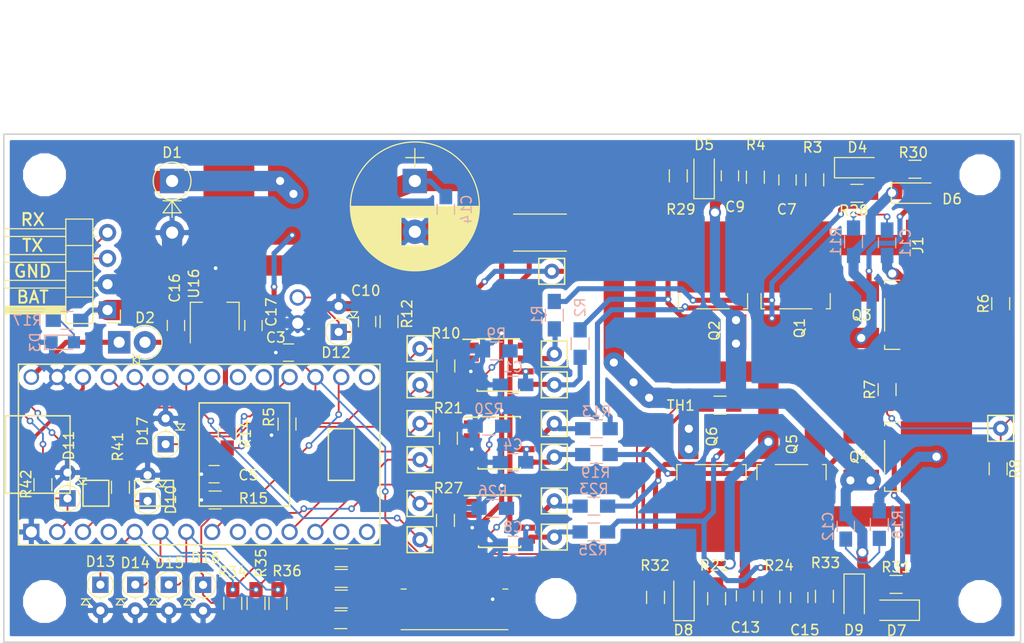
<source format=kicad_pcb>
(kicad_pcb (version 4) (host pcbnew 4.0.7-e2-6376~58~ubuntu16.04.1)
  (layers (0 F.Cu signal) (31 B.Cu signal) (34 B.Paste user) (35 F.Paste user) (36 B.SilkS user) (37 F.SilkS user) (38 B.Mask user) (39 F.Mask user) (44 Edge.Cuts user))
  (net 0 "")
  (net 1 GND)
  (net 2 +5V)
  (net 3 TEMP1)
  (net 4 V_BATT_S)
  (net 5 "Net-(D3-Pad2)")
  (net 6 ISENSE_OUT)
  (net 7 DRV_1H)
  (net 8 DRV_1L)
  (net 9 DRV_2H)
  (net 10 DRV_2L)
  (net 11 DRV_3H)
  (net 12 DRV_3L)
  (net 13 "Net-(R6-Pad1)")
  (net 14 /DRAIN1)
  (net 15 /DRAIN2)
  (net 16 /DRAIN3)
  (net 17 +BATT)
  (net 18 "Net-(C7-Pad1)")
  (net 19 "Net-(C9-Pad1)")
  (net 20 /COM)
  (net 21 "Net-(C11-Pad1)")
  (net 22 "Net-(C12-Pad1)")
  (net 23 "Net-(C13-Pad1)")
  (net 24 "Net-(C15-Pad1)")
  (net 25 /MSENSE2)
  (net 26 /MTEMP)
  (net 27 /MSENSE1)
  (net 28 /MSENSE3)
  (net 29 /G1H)
  (net 30 /G1L)
  (net 31 /G2H)
  (net 32 /G2L)
  (net 33 /G3H)
  (net 34 /G3L)
  (net 35 +3V3)
  (net 36 UART_TX1)
  (net 37 UART_RX1)
  (net 38 /G1H_)
  (net 39 /G1L_)
  (net 40 /G2H_)
  (net 41 /G2L_)
  (net 42 /G3H_)
  (net 43 /G3L_)
  (net 44 /MTEMP_IN)
  (net 45 /MSENSE2_IN)
  (net 46 /MSENSE3_IN)
  (net 47 /MSENSE1_IN)
  (net 48 "Net-(J3-Pad3)")
  (net 49 "Net-(J3-Pad4)")
  (net 50 "Net-(C16-Pad1)")
  (module Capacitors_SMD:C_0805_HandSoldering (layer B.Cu) (at 100.076 74.676 180)
    (fp_text reference C1 (at 0 1.75 180) (layer B.SilkS) (effects (justify mirror)))
    (fp_text value 100n)
    (pad 1 smd rect (at -1.25 0 180) (size 1.5 1.25) (layers B.Cu B.Paste B.Mask) (net 17 +BATT))
    (pad 2 smd rect (at 1.25 0 180) (size 1.5 1.25) (layers B.Cu B.Paste B.Mask) (net 1 GND))
  )
  (module Capacitors_SMD:C_0805_HandSoldering (layer F.Cu) (at 78 71.5 180)
    (fp_text reference C3 (at 1.252 1.486 180) (layer F.SilkS))
    (fp_text value 100n)
    (pad 1 smd rect (at -1.25 0 180) (size 1.5 1.25) (layers F.Cu F.Paste F.Mask) (net 3 TEMP1))
    (pad 2 smd rect (at 1.25 0 180) (size 1.5 1.25) (layers F.Cu F.Paste F.Mask) (net 1 GND))
  )
  (module Capacitors_SMD:C_0805_HandSoldering (layer B.Cu) (at 100.076 82.296 180)
    (fp_text reference C4 (at 0 1.75 180) (layer B.SilkS) (effects (justify mirror)))
    (fp_text value 100n)
    (pad 1 smd rect (at -1.25 0 180) (size 1.5 1.25) (layers B.Cu B.Paste B.Mask) (net 17 +BATT))
    (pad 2 smd rect (at 1.25 0 180) (size 1.5 1.25) (layers B.Cu B.Paste B.Mask) (net 1 GND))
  )
  (module Capacitors_SMD:C_0805_HandSoldering (layer F.Cu) (at 70.681 83.468814 180)
    (fp_text reference C5 (at -3.36 -0.097186 180) (layer F.SilkS))
    (fp_text value 1n)
    (pad 1 smd rect (at -1.25 0 180) (size 1.5 1.25) (layers F.Cu F.Paste F.Mask) (net 4 V_BATT_S))
    (pad 2 smd rect (at 1.25 0 180) (size 1.5 1.25) (layers F.Cu F.Paste F.Mask) (net 1 GND))
  )
  (module Capacitors_SMD:C_0805_HandSoldering (layer B.Cu) (at 100.076 90.424 180)
    (fp_text reference C8 (at 0 1.75 180) (layer B.SilkS) (effects (justify mirror)))
    (fp_text value 100n)
    (pad 1 smd rect (at -1.25 0 180) (size 1.5 1.25) (layers B.Cu B.Paste B.Mask) (net 17 +BATT))
    (pad 2 smd rect (at 1.25 0 180) (size 1.5 1.25) (layers B.Cu B.Paste B.Mask) (net 1 GND))
  )
  (module LEDs:LED_0805 (layer B.Cu) (at 55.796 70.485)
    (fp_text reference D3 (at -2.71 0 270) (layer B.SilkS) (effects (justify mirror)))
    (fp_text value LED)
    (pad 2 smd rect (at 1.1 0 180) (size 1.2 1.2) (layers B.Cu B.Paste B.Mask) (net 5 "Net-(D3-Pad2)"))
    (pad 1 smd rect (at -1.1 0 180) (size 1.2 1.2) (layers B.Cu B.Paste B.Mask) (net 1 GND))
  )
  (module Resistors_SMD:R_0805_HandSoldering (layer B.Cu) (at 104.14 67.818 270)
    (fp_text reference R1 (at 0 1.7 270) (layer B.SilkS) (effects (justify mirror)))
    (fp_text value 10)
    (pad 1 smd rect (at -1.35 0 270) (size 1.5 1.3) (layers B.Cu B.Paste B.Mask) (net 29 /G1H))
    (pad 2 smd rect (at 1.35 0 270) (size 1.5 1.3) (layers B.Cu B.Paste B.Mask) (net 38 /G1H_))
  )
  (module Resistors_SMD:R_0805_HandSoldering (layer B.Cu) (at 106.68 70.612 270)
    (fp_text reference R2 (at -3.556 0 270) (layer B.SilkS) (effects (justify mirror)))
    (fp_text value 10)
    (pad 1 smd rect (at -1.35 0 270) (size 1.5 1.3) (layers B.Cu B.Paste B.Mask) (net 30 /G1L))
    (pad 2 smd rect (at 1.35 0 270) (size 1.5 1.3) (layers B.Cu B.Paste B.Mask) (net 39 /G1L_))
  )
  (module Resistors_SMD:R_0805_HandSoldering (layer F.Cu) (at 148.044 66.684 90)
    (fp_text reference R6 (at 0 -1.7 90) (layer F.SilkS))
    (fp_text value 10k)
    (pad 1 smd rect (at -1.35 0 90) (size 1.5 1.3) (layers F.Cu F.Paste F.Mask) (net 13 "Net-(R6-Pad1)"))
    (pad 2 smd rect (at 1.35 0 90) (size 1.5 1.3) (layers F.Cu F.Paste F.Mask) (net 14 /DRAIN1))
  )
  (module Resistors_SMD:R_0805_HandSoldering (layer F.Cu) (at 136.868 75.146 90)
    (fp_text reference R7 (at 0 -1.7 90) (layer F.SilkS))
    (fp_text value 10k)
    (pad 1 smd rect (at -1.35 0 90) (size 1.5 1.3) (layers F.Cu F.Paste F.Mask) (net 13 "Net-(R6-Pad1)"))
    (pad 2 smd rect (at 1.35 0 90) (size 1.5 1.3) (layers F.Cu F.Paste F.Mask) (net 15 /DRAIN2))
  )
  (module Resistors_SMD:R_0805_HandSoldering (layer F.Cu) (at 147.79 82.94 270)
    (fp_text reference R8 (at 0 -1.7 270) (layer F.SilkS))
    (fp_text value 10k)
    (pad 1 smd rect (at -1.35 0 270) (size 1.5 1.3) (layers F.Cu F.Paste F.Mask) (net 13 "Net-(R6-Pad1)"))
    (pad 2 smd rect (at 1.35 0 270) (size 1.5 1.3) (layers F.Cu F.Paste F.Mask) (net 16 /DRAIN3))
  )
  (module Resistors_SMD:R_0805_HandSoldering (layer F.Cu) (at 71.971 79.544 90)
    (fp_text reference R14 (at 0.042 1.816 90) (layer F.SilkS))
    (fp_text value 10k)
    (pad 1 smd rect (at -1.35 0 90) (size 1.5 1.3) (layers F.Cu F.Paste F.Mask) (net 4 V_BATT_S))
    (pad 2 smd rect (at 1.35 0 90) (size 1.5 1.3) (layers F.Cu F.Paste F.Mask) (net 17 +BATT))
  )
  (module Resistors_SMD:R_0805_HandSoldering (layer F.Cu) (at 70.781 86.008814)
    (fp_text reference R15 (at 3.768 -0.156814) (layer F.SilkS))
    (fp_text value 1k)
    (pad 1 smd rect (at -1.35 0) (size 1.5 1.3) (layers F.Cu F.Paste F.Mask) (net 1 GND))
    (pad 2 smd rect (at 1.35 0) (size 1.5 1.3) (layers F.Cu F.Paste F.Mask) (net 4 V_BATT_S))
  )
  (module Resistors_SMD:R_0805_HandSoldering (layer B.Cu) (at 56.214 68.326 180)
    (fp_text reference R17 (at 3.89 0 180) (layer B.SilkS) (effects (justify mirror)))
    (fp_text value 10k)
    (pad 1 smd rect (at -1.35 0 180) (size 1.5 1.3) (layers B.Cu B.Paste B.Mask) (net 17 +BATT))
    (pad 2 smd rect (at 1.35 0 180) (size 1.5 1.3) (layers B.Cu B.Paste B.Mask) (net 5 "Net-(D3-Pad2)"))
  )
  (module Mounting_Holes:MountingHole_3.2mm_M3 (layer F.Cu) (at 54 54)
    (fp_text reference U1 hide)
    (fp_text value MountingHole)
    (pad 1 np_thru_hole circle (at 0 0) (size 3.2 3.2) (drill 3.2) (layers *.Cu *.Mask))
  )
  (module Mounting_Holes:MountingHole_3.2mm_M3 (layer F.Cu) (at 146 96)
    (fp_text reference U3 hide)
    (fp_text value MountingHole)
    (pad 1 np_thru_hole circle (at 0 0) (size 3.2 3.2) (drill 3.2) (layers *.Cu *.Mask))
  )
  (module Mounting_Holes:MountingHole_3.2mm_M3 (layer F.Cu) (at 54 96)
    (fp_text reference U4 hide)
    (fp_text value MountingHole)
    (pad 1 np_thru_hole circle (at 0 0) (size 3.2 3.2) (drill 3.2) (layers *.Cu *.Mask))
  )
  (module Capacitors_THT:CP_Radial_D12.5mm_P5.00mm (layer F.Cu) (at 90.424 54.61 270)
    (fp_text reference C6 hide)
    (fp_text value 1000uF)
    (pad 1 thru_hole rect (at 0 0 270) (size 2.4 2.4) (drill 1.2) (layers *.Cu *.Mask) (net 17 +BATT))
    (pad 2 thru_hole circle (at 5 0 270) (size 2.4 2.4) (drill 1.2) (layers *.Cu *.Mask) (net 1 GND))
  )
  (module Capacitors_SMD:C_0805_HandSoldering (layer F.Cu) (at 127.075242 54.504862 270)
    (fp_text reference C7 (at 2.899138 0.075242 360) (layer F.SilkS))
    (fp_text value 10n)
    (pad 1 smd rect (at -1.25 0 270) (size 1.5 1.25) (layers F.Cu F.Paste F.Mask) (net 18 "Net-(C7-Pad1)"))
    (pad 2 smd rect (at 1.25 0 270) (size 1.5 1.25) (layers F.Cu F.Paste F.Mask) (net 14 /DRAIN1))
  )
  (module Capacitors_SMD:C_0805_HandSoldering (layer F.Cu) (at 121.412 54.102 270)
    (fp_text reference C9 (at 3.048 -0.508 360) (layer F.SilkS))
    (fp_text value 10n)
    (pad 1 smd rect (at -1.25 0 270) (size 1.5 1.25) (layers F.Cu F.Paste F.Mask) (net 19 "Net-(C9-Pad1)"))
    (pad 2 smd rect (at 1.25 0 270) (size 1.5 1.25) (layers F.Cu F.Paste F.Mask) (net 20 /COM))
  )
  (module Capacitors_SMD:C_0805_HandSoldering (layer F.Cu) (at 85.725 68.453 90)
    (fp_text reference C10 (at 3.048 -0.127 180) (layer F.SilkS))
    (fp_text value 1n)
    (pad 1 smd rect (at -1.25 0 90) (size 1.5 1.25) (layers F.Cu F.Paste F.Mask) (net 6 ISENSE_OUT))
    (pad 2 smd rect (at 1.25 0 90) (size 1.5 1.25) (layers F.Cu F.Paste F.Mask) (net 1 GND))
  )
  (module Capacitors_SMD:C_0805_HandSoldering (layer B.Cu) (at 136.868 60.688 270)
    (fp_text reference C11 (at 0.018 -1.816 270) (layer B.SilkS) (effects (justify mirror)))
    (fp_text value 10n)
    (pad 1 smd rect (at -1.25 0 270) (size 1.5 1.25) (layers B.Cu B.Paste B.Mask) (net 21 "Net-(C11-Pad1)"))
    (pad 2 smd rect (at 1.25 0 270) (size 1.5 1.25) (layers B.Cu B.Paste B.Mask) (net 15 /DRAIN2))
  )
  (module Capacitors_SMD:C_0805_HandSoldering (layer B.Cu) (at 132.804 88.608 90)
    (fp_text reference C12 (at 0 -1.74 90) (layer B.SilkS) (effects (justify mirror)))
    (fp_text value 10n)
    (pad 1 smd rect (at -1.25 0 90) (size 1.5 1.25) (layers B.Cu B.Paste B.Mask) (net 22 "Net-(C12-Pad1)"))
    (pad 2 smd rect (at 1.25 0 90) (size 1.5 1.25) (layers B.Cu B.Paste B.Mask) (net 20 /COM))
  )
  (module Capacitors_SMD:C_0805_HandSoldering (layer F.Cu) (at 122.898 95.446 90)
    (fp_text reference C13 (at -3.106 0.038 180) (layer F.SilkS))
    (fp_text value 10n)
    (pad 1 smd rect (at -1.25 0 90) (size 1.5 1.25) (layers F.Cu F.Paste F.Mask) (net 23 "Net-(C13-Pad1)"))
    (pad 2 smd rect (at 1.25 0 90) (size 1.5 1.25) (layers F.Cu F.Paste F.Mask) (net 16 /DRAIN3))
  )
  (module Capacitors_SMD:C_0805_HandSoldering (layer B.Cu) (at 93.472 57.404 270)
    (fp_text reference C14 (at 0 -2.032 270) (layer B.SilkS) (effects (justify mirror)))
    (fp_text value 220n)
    (pad 1 smd rect (at -1.25 0 270) (size 1.5 1.25) (layers B.Cu B.Paste B.Mask) (net 17 +BATT))
    (pad 2 smd rect (at 1.25 0 270) (size 1.5 1.25) (layers B.Cu B.Paste B.Mask) (net 1 GND))
  )
  (module Capacitors_SMD:C_0805_HandSoldering (layer F.Cu) (at 128.232 95.610033 270)
    (fp_text reference C15 (at 3.195967 -0.546 360) (layer F.SilkS))
    (fp_text value 10n)
    (pad 1 smd rect (at -1.25 0 270) (size 1.5 1.25) (layers F.Cu F.Paste F.Mask) (net 24 "Net-(C15-Pad1)"))
    (pad 2 smd rect (at 1.25 0 270) (size 1.5 1.25) (layers F.Cu F.Paste F.Mask) (net 20 /COM))
  )
  (module mw_kicad:SolderPadBack_single_SMD_5x10mm (layer F.Cu) (at 143.726 74.638 270)
    (fp_text reference J4 hide)
    (fp_text value CONN_01X01)
    (pad 1 smd rect (at 0 0 270) (size 5 10) (layers F.Cu F.Paste F.Mask) (net 15 /DRAIN2) (thermal_gap 0.5))
  )
  (module mw_kicad:SolderPadBack_single_SMD_5x10mm (layer F.Cu) (at 143.472 88.862 90)
    (fp_text reference J5 hide)
    (fp_text value CONN_01X01)
    (pad 1 smd rect (at 0 0 90) (size 5 10) (layers F.Cu F.Paste F.Mask) (net 16 /DRAIN3) (thermal_gap 0.5))
  )
  (module TO_SOT_Packages_SMD:TO-252-2_Rectifier (layer F.Cu) (at 127.875622 64.914362 90)
    (fp_text reference Q1 (at -4.173638 0.394378 90) (layer F.SilkS))
    (fp_text value IPD85P04P4-07)
    (pad 1 smd rect (at -4.575 -2.3) (size 2 3.5) (layers F.Cu F.Paste F.Mask) (net 29 /G1H))
    (pad 3 smd rect (at -4.575 2.28) (size 2 3.5) (layers F.Cu F.Paste F.Mask) (net 17 +BATT))
    (pad 2 smd rect (at 2.825 0) (size 7 7) (layers F.Cu F.Paste F.Mask) (net 14 /DRAIN1))
  )
  (module TO_SOT_Packages_SMD:TO-252-2_Rectifier (layer F.Cu) (at 119.747622 64.914362 90)
    (fp_text reference Q2 (at -4.427638 0.140378 90) (layer F.SilkS))
    (fp_text value IPD90N04S4-05)
    (pad 1 smd rect (at -4.575 -2.3) (size 2 3.5) (layers F.Cu F.Paste F.Mask) (net 30 /G1L))
    (pad 3 smd rect (at -4.575 2.28) (size 2 3.5) (layers F.Cu F.Paste F.Mask) (net 20 /COM))
    (pad 2 smd rect (at 2.825 0) (size 7 7) (layers F.Cu F.Paste F.Mask) (net 14 /DRAIN1))
  )
  (module TO_SOT_Packages_SMD:TO-252-2_Rectifier (layer F.Cu) (at 138.9 67.78)
    (fp_text reference Q3 (at -4.534 0.038) (layer F.SilkS))
    (fp_text value IPD85P04P4-07)
    (pad 1 smd rect (at -4.575 -2.3 270) (size 2 3.5) (layers F.Cu F.Paste F.Mask) (net 31 /G2H))
    (pad 3 smd rect (at -4.575 2.28 270) (size 2 3.5) (layers F.Cu F.Paste F.Mask) (net 17 +BATT))
    (pad 2 smd rect (at 2.825 0 270) (size 7 7) (layers F.Cu F.Paste F.Mask) (net 15 /DRAIN2))
  )
  (module TO_SOT_Packages_SMD:TO-252-2_Rectifier (layer F.Cu) (at 138.9 81.75)
    (fp_text reference Q4 (at -4.788 0.038) (layer F.SilkS))
    (fp_text value IPD90N04S4-05)
    (pad 1 smd rect (at -4.575 -2.3 270) (size 2 3.5) (layers F.Cu F.Paste F.Mask) (net 32 /G2L))
    (pad 3 smd rect (at -4.575 2.28 270) (size 2 3.5) (layers F.Cu F.Paste F.Mask) (net 20 /COM))
    (pad 2 smd rect (at 2.825 0 270) (size 7 7) (layers F.Cu F.Paste F.Mask) (net 15 /DRAIN2))
  )
  (module TO_SOT_Packages_SMD:TO-252-2_Rectifier (layer F.Cu) (at 127.47 84.798 270)
    (fp_text reference Q5 (at -4.28 -0.038 270) (layer F.SilkS))
    (fp_text value IPD85P04P4-07)
    (pad 1 smd rect (at -4.575 -2.3 180) (size 2 3.5) (layers F.Cu F.Paste F.Mask) (net 33 /G3H))
    (pad 3 smd rect (at -4.575 2.28 180) (size 2 3.5) (layers F.Cu F.Paste F.Mask) (net 17 +BATT))
    (pad 2 smd rect (at 2.825 0 180) (size 7 7) (layers F.Cu F.Paste F.Mask) (net 16 /DRAIN3))
  )
  (module TO_SOT_Packages_SMD:TO-252-2_Rectifier (layer F.Cu) (at 119.596 84.801 270)
    (fp_text reference Q6 (at -5.045 -0.038 270) (layer F.SilkS))
    (fp_text value IPD90N04S4-05)
    (pad 1 smd rect (at -4.575 -2.3 180) (size 2 3.5) (layers F.Cu F.Paste F.Mask) (net 34 /G3L))
    (pad 3 smd rect (at -4.575 2.28 180) (size 2 3.5) (layers F.Cu F.Paste F.Mask) (net 20 /COM))
    (pad 2 smd rect (at 2.825 0 180) (size 7 7) (layers F.Cu F.Paste F.Mask) (net 16 /DRAIN3))
  )
  (module Resistors_SMD:R_0805_HandSoldering (layer F.Cu) (at 129.756 54.492 270)
    (fp_text reference R3 (at -3.184 0.216 360) (layer F.SilkS))
    (fp_text value 10)
    (pad 1 smd rect (at -1.35 0 270) (size 1.5 1.3) (layers F.Cu F.Paste F.Mask) (net 17 +BATT))
    (pad 2 smd rect (at 1.35 0 270) (size 1.5 1.3) (layers F.Cu F.Paste F.Mask) (net 18 "Net-(C7-Pad1)"))
  )
  (module Resistors_SMD:R_0805_HandSoldering (layer F.Cu) (at 123.914 54.238 90)
    (fp_text reference R4 (at 3.184 0.038 180) (layer F.SilkS))
    (fp_text value 10)
    (pad 1 smd rect (at -1.35 0 90) (size 1.5 1.3) (layers F.Cu F.Paste F.Mask) (net 14 /DRAIN1))
    (pad 2 smd rect (at 1.35 0 90) (size 1.5 1.3) (layers F.Cu F.Paste F.Mask) (net 19 "Net-(C9-Pad1)"))
  )
  (module Resistors_SMD:R_0805_HandSoldering (layer B.Cu) (at 98.434 71.336 180)
    (fp_text reference R9 (at 0 1.7 180) (layer B.SilkS) (effects (justify mirror)))
    (fp_text value 10k)
    (pad 1 smd rect (at -1.35 0 180) (size 1.5 1.3) (layers B.Cu B.Paste B.Mask) (net 8 DRV_1L))
    (pad 2 smd rect (at 1.35 0 180) (size 1.5 1.3) (layers B.Cu B.Paste B.Mask) (net 1 GND))
  )
  (module Resistors_SMD:R_0805_HandSoldering (layer F.Cu) (at 93.472 72.818 270)
    (fp_text reference R10 (at -3.222 0 360) (layer F.SilkS))
    (fp_text value 10k)
    (pad 1 smd rect (at -1.35 0 270) (size 1.5 1.3) (layers F.Cu F.Paste F.Mask) (net 7 DRV_1H))
    (pad 2 smd rect (at 1.35 0 270) (size 1.5 1.3) (layers F.Cu F.Paste F.Mask) (net 1 GND))
  )
  (module Resistors_SMD:R_0805_HandSoldering (layer B.Cu) (at 133.566 60.588 90)
    (fp_text reference R11 (at 0 -1.74 90) (layer B.SilkS) (effects (justify mirror)))
    (fp_text value 10)
    (pad 1 smd rect (at -1.35 0 90) (size 1.5 1.3) (layers B.Cu B.Paste B.Mask) (net 17 +BATT))
    (pad 2 smd rect (at 1.35 0 90) (size 1.5 1.3) (layers B.Cu B.Paste B.Mask) (net 21 "Net-(C11-Pad1)"))
  )
  (module Resistors_SMD:R_0805_HandSoldering (layer B.Cu) (at 108.284 78.994 180)
    (fp_text reference R13 (at 0 1.7 180) (layer B.SilkS) (effects (justify mirror)))
    (fp_text value 10)
    (pad 1 smd rect (at -1.35 0 180) (size 1.5 1.3) (layers B.Cu B.Paste B.Mask) (net 31 /G2H))
    (pad 2 smd rect (at 1.35 0 180) (size 1.5 1.3) (layers B.Cu B.Paste B.Mask) (net 40 /G2H_))
  )
  (module Resistors_SMD:R_0805_HandSoldering (layer B.Cu) (at 136.106 88.434 270)
    (fp_text reference R18 (at 0 -1.816 270) (layer B.SilkS) (effects (justify mirror)))
    (fp_text value 10)
    (pad 1 smd rect (at -1.35 0 270) (size 1.5 1.3) (layers B.Cu B.Paste B.Mask) (net 15 /DRAIN2))
    (pad 2 smd rect (at 1.35 0 270) (size 1.5 1.3) (layers B.Cu B.Paste B.Mask) (net 22 "Net-(C12-Pad1)"))
  )
  (module Resistors_SMD:R_0805_HandSoldering (layer B.Cu) (at 108.284 81.534 180)
    (fp_text reference R19 (at 0.08 -1.778 180) (layer B.SilkS) (effects (justify mirror)))
    (fp_text value 10)
    (pad 1 smd rect (at -1.35 0 180) (size 1.5 1.3) (layers B.Cu B.Paste B.Mask) (net 32 /G2L))
    (pad 2 smd rect (at 1.35 0 180) (size 1.5 1.3) (layers B.Cu B.Paste B.Mask) (net 41 /G2L_))
  )
  (module Resistors_SMD:R_0805_HandSoldering (layer B.Cu) (at 97.71 78.74 180)
    (fp_text reference R20 (at 0 1.7 180) (layer B.SilkS) (effects (justify mirror)))
    (fp_text value 10k)
    (pad 1 smd rect (at -1.35 0 180) (size 1.5 1.3) (layers B.Cu B.Paste B.Mask) (net 10 DRV_2L))
    (pad 2 smd rect (at 1.35 0 180) (size 1.5 1.3) (layers B.Cu B.Paste B.Mask) (net 1 GND))
  )
  (module Resistors_SMD:R_0805_HandSoldering (layer F.Cu) (at 93.726 79.93 270)
    (fp_text reference R21 (at -2.968 0 360) (layer F.SilkS))
    (fp_text value 10k)
    (pad 1 smd rect (at -1.35 0 270) (size 1.5 1.3) (layers F.Cu F.Paste F.Mask) (net 9 DRV_2H))
    (pad 2 smd rect (at 1.35 0 270) (size 1.5 1.3) (layers F.Cu F.Paste F.Mask) (net 1 GND))
  )
  (module Resistors_SMD:R_0805_HandSoldering (layer B.Cu) (at 108.03 86.614 180)
    (fp_text reference R23 (at 0 1.7 180) (layer B.SilkS) (effects (justify mirror)))
    (fp_text value 10)
    (pad 1 smd rect (at -1.35 0 180) (size 1.5 1.3) (layers B.Cu B.Paste B.Mask) (net 33 /G3H))
    (pad 2 smd rect (at 1.35 0 180) (size 1.5 1.3) (layers B.Cu B.Paste B.Mask) (net 42 /G3H_))
  )
  (module Resistors_SMD:R_0805_HandSoldering (layer F.Cu) (at 125.438 95.546 270)
    (fp_text reference R24 (at -3.09 -0.8 360) (layer F.SilkS))
    (fp_text value 10)
    (pad 1 smd rect (at -1.35 0 270) (size 1.5 1.3) (layers F.Cu F.Paste F.Mask) (net 16 /DRAIN3))
    (pad 2 smd rect (at 1.35 0 270) (size 1.5 1.3) (layers F.Cu F.Paste F.Mask) (net 24 "Net-(C15-Pad1)"))
  )
  (module Resistors_SMD:R_0805_HandSoldering (layer B.Cu) (at 108.03 89.154 180)
    (fp_text reference R25 (at 0.08 -1.778 180) (layer B.SilkS) (effects (justify mirror)))
    (fp_text value 10)
    (pad 1 smd rect (at -1.35 0 180) (size 1.5 1.3) (layers B.Cu B.Paste B.Mask) (net 34 /G3L))
    (pad 2 smd rect (at 1.35 0 180) (size 1.5 1.3) (layers B.Cu B.Paste B.Mask) (net 43 /G3L_))
  )
  (module Resistors_SMD:R_0805_HandSoldering (layer B.Cu) (at 98.086 86.83 180)
    (fp_text reference R26 (at 0 1.7 180) (layer B.SilkS) (effects (justify mirror)))
    (fp_text value 10k)
    (pad 1 smd rect (at -1.35 0 180) (size 1.5 1.3) (layers B.Cu B.Paste B.Mask) (net 12 DRV_3L))
    (pad 2 smd rect (at 1.35 0 180) (size 1.5 1.3) (layers B.Cu B.Paste B.Mask) (net 1 GND))
  )
  (module Resistors_SMD:R_0805_HandSoldering (layer F.Cu) (at 93.434 88.02 270)
    (fp_text reference R27 (at -3.184 -0.292 360) (layer F.SilkS))
    (fp_text value 10k)
    (pad 1 smd rect (at -1.35 0 270) (size 1.5 1.3) (layers F.Cu F.Paste F.Mask) (net 11 DRV_3H))
    (pad 2 smd rect (at 1.35 0 270) (size 1.5 1.3) (layers F.Cu F.Paste F.Mask) (net 1 GND))
  )
  (module Housings_SOIC:SOIC-8_3.9x4.9mm_Pitch1.27mm (layer F.Cu) (at 98.628922 72.720934)
    (fp_text reference U7 hide)
    (fp_text value MCP14A0155)
    (pad 1 smd rect (at -2.7 -1.905) (size 1.55 0.6) (layers F.Cu F.Paste F.Mask))
    (pad 2 smd rect (at -2.7 -0.635) (size 1.55 0.6) (layers F.Cu F.Paste F.Mask) (net 7 DRV_1H))
    (pad 3 smd rect (at -2.7 0.635) (size 1.55 0.6) (layers F.Cu F.Paste F.Mask) (net 1 GND))
    (pad 4 smd rect (at -2.7 1.905) (size 1.55 0.6) (layers F.Cu F.Paste F.Mask) (net 8 DRV_1L))
    (pad 5 smd rect (at 2.7 1.905) (size 1.55 0.6) (layers F.Cu F.Paste F.Mask) (net 39 /G1L_))
    (pad 6 smd rect (at 2.7 0.635) (size 1.55 0.6) (layers F.Cu F.Paste F.Mask) (net 17 +BATT))
    (pad 7 smd rect (at 2.7 -0.635) (size 1.55 0.6) (layers F.Cu F.Paste F.Mask) (net 38 /G1H_))
    (pad 8 smd rect (at 2.7 -1.905) (size 1.55 0.6) (layers F.Cu F.Paste F.Mask))
  )
  (module Housings_SOIC:SOIC-8_3.9x4.9mm_Pitch1.27mm (layer F.Cu) (at 98.719232 80.37849)
    (fp_text reference U13 hide)
    (fp_text value MCP14A0155)
    (pad 1 smd rect (at -2.7 -1.905) (size 1.55 0.6) (layers F.Cu F.Paste F.Mask))
    (pad 2 smd rect (at -2.7 -0.635) (size 1.55 0.6) (layers F.Cu F.Paste F.Mask) (net 9 DRV_2H))
    (pad 3 smd rect (at -2.7 0.635) (size 1.55 0.6) (layers F.Cu F.Paste F.Mask) (net 1 GND))
    (pad 4 smd rect (at -2.7 1.905) (size 1.55 0.6) (layers F.Cu F.Paste F.Mask) (net 10 DRV_2L))
    (pad 5 smd rect (at 2.7 1.905) (size 1.55 0.6) (layers F.Cu F.Paste F.Mask) (net 41 /G2L_))
    (pad 6 smd rect (at 2.7 0.635) (size 1.55 0.6) (layers F.Cu F.Paste F.Mask) (net 17 +BATT))
    (pad 7 smd rect (at 2.7 -0.635) (size 1.55 0.6) (layers F.Cu F.Paste F.Mask) (net 40 /G2H_))
    (pad 8 smd rect (at 2.7 -1.905) (size 1.55 0.6) (layers F.Cu F.Paste F.Mask))
  )
  (module Housings_SOIC:SOIC-8_3.9x4.9mm_Pitch1.27mm (layer F.Cu) (at 98.768 88.1)
    (fp_text reference U20 hide)
    (fp_text value MCP14A0155)
    (pad 1 smd rect (at -2.7 -1.905) (size 1.55 0.6) (layers F.Cu F.Paste F.Mask))
    (pad 2 smd rect (at -2.7 -0.635) (size 1.55 0.6) (layers F.Cu F.Paste F.Mask) (net 11 DRV_3H))
    (pad 3 smd rect (at -2.7 0.635) (size 1.55 0.6) (layers F.Cu F.Paste F.Mask) (net 1 GND))
    (pad 4 smd rect (at -2.7 1.905) (size 1.55 0.6) (layers F.Cu F.Paste F.Mask) (net 12 DRV_3L))
    (pad 5 smd rect (at 2.7 1.905) (size 1.55 0.6) (layers F.Cu F.Paste F.Mask) (net 43 /G3L_))
    (pad 6 smd rect (at 2.7 0.635) (size 1.55 0.6) (layers F.Cu F.Paste F.Mask) (net 17 +BATT))
    (pad 7 smd rect (at 2.7 -0.635) (size 1.55 0.6) (layers F.Cu F.Paste F.Mask) (net 42 /G3H_))
    (pad 8 smd rect (at 2.7 -1.905) (size 1.55 0.6) (layers F.Cu F.Paste F.Mask))
  )
  (module Diodes_SMD:D_SOD-123 (layer F.Cu) (at 133.946 53.302)
    (fp_text reference D4 (at 0 -2) (layer F.SilkS))
    (fp_text value 15V)
    (pad 1 smd rect (at -1.65 0) (size 0.9 1.2) (layers F.Cu F.Paste F.Mask) (net 17 +BATT))
    (pad 2 smd rect (at 1.65 0) (size 0.9 1.2) (layers F.Cu F.Paste F.Mask) (net 29 /G1H))
  )
  (module Diodes_SMD:D_SOD-123 (layer F.Cu) (at 118.872 54.102 90)
    (fp_text reference D5 (at 3.048 0 180) (layer F.SilkS))
    (fp_text value 15V)
    (pad 1 smd rect (at -1.65 0 90) (size 0.9 1.2) (layers F.Cu F.Paste F.Mask) (net 30 /G1L))
    (pad 2 smd rect (at 1.65 0 90) (size 0.9 1.2) (layers F.Cu F.Paste F.Mask) (net 20 /COM))
  )
  (module Diodes_SMD:D_SOD-123 (layer F.Cu) (at 139.535144 55.805554)
    (fp_text reference D6 (at 3.720856 0.582446) (layer F.SilkS))
    (fp_text value 15V)
    (pad 1 smd rect (at -1.65 0) (size 0.9 1.2) (layers F.Cu F.Paste F.Mask) (net 17 +BATT))
    (pad 2 smd rect (at 1.65 0) (size 0.9 1.2) (layers F.Cu F.Paste F.Mask) (net 31 /G2H))
  )
  (module Diodes_SMD:D_SOD-123 (layer F.Cu) (at 137.799201 96.859875 180)
    (fp_text reference D7 (at 0 -2 180) (layer F.SilkS))
    (fp_text value 15V)
    (pad 1 smd rect (at -1.65 0 180) (size 0.9 1.2) (layers F.Cu F.Paste F.Mask) (net 32 /G2L))
    (pad 2 smd rect (at 1.65 0 180) (size 0.9 1.2) (layers F.Cu F.Paste F.Mask) (net 20 /COM))
  )
  (module Diodes_SMD:D_SOD-123 (layer F.Cu) (at 116.895755 95.638737 90)
    (fp_text reference D8 (at -3.167263 -0.055755 180) (layer F.SilkS))
    (fp_text value 15V)
    (pad 1 smd rect (at -1.65 0 90) (size 0.9 1.2) (layers F.Cu F.Paste F.Mask) (net 17 +BATT))
    (pad 2 smd rect (at 1.65 0 90) (size 0.9 1.2) (layers F.Cu F.Paste F.Mask) (net 33 /G3H))
  )
  (module Diodes_SMD:D_SOD-123 (layer F.Cu) (at 133.633902 95.542624 270)
    (fp_text reference D9 (at 3.263376 0.029902 360) (layer F.SilkS))
    (fp_text value 15V)
    (pad 1 smd rect (at -1.65 0 270) (size 0.9 1.2) (layers F.Cu F.Paste F.Mask) (net 34 /G3L))
    (pad 2 smd rect (at 1.65 0 270) (size 0.9 1.2) (layers F.Cu F.Paste F.Mask) (net 20 /COM))
  )
  (module Resistors_SMD:R_0805_HandSoldering (layer F.Cu) (at 133.9 55.82127 180)
    (fp_text reference R28 (at 0.296 -1.7 360) (layer F.SilkS))
    (fp_text value 10k)
    (pad 1 smd rect (at -1.35 0 180) (size 1.5 1.3) (layers F.Cu F.Paste F.Mask) (net 29 /G1H))
    (pad 2 smd rect (at 1.35 0 180) (size 1.5 1.3) (layers F.Cu F.Paste F.Mask) (net 17 +BATT))
  )
  (module Resistors_SMD:R_0805_HandSoldering (layer F.Cu) (at 116.332 54.102 270)
    (fp_text reference R29 (at 3.302 -0.254 360) (layer F.SilkS))
    (fp_text value 10k)
    (pad 1 smd rect (at -1.35 0 270) (size 1.5 1.3) (layers F.Cu F.Paste F.Mask) (net 20 /COM))
    (pad 2 smd rect (at 1.35 0 270) (size 1.5 1.3) (layers F.Cu F.Paste F.Mask) (net 30 /G1L))
  )
  (module Resistors_SMD:R_0805_HandSoldering (layer F.Cu) (at 139.609144 53.453554 180)
    (fp_text reference R30 (at 0.163144 1.637554 180) (layer F.SilkS))
    (fp_text value 10k)
    (pad 1 smd rect (at -1.35 0 180) (size 1.5 1.3) (layers F.Cu F.Paste F.Mask) (net 31 /G2H))
    (pad 2 smd rect (at 1.35 0 180) (size 1.5 1.3) (layers F.Cu F.Paste F.Mask) (net 17 +BATT))
  )
  (module Resistors_SMD:R_0805_HandSoldering (layer F.Cu) (at 137.753201 94.319875)
    (fp_text reference R31 (at 0 -1.7) (layer F.SilkS))
    (fp_text value 10k)
    (pad 1 smd rect (at -1.35 0) (size 1.5 1.3) (layers F.Cu F.Paste F.Mask) (net 20 /COM))
    (pad 2 smd rect (at 1.35 0) (size 1.5 1.3) (layers F.Cu F.Paste F.Mask) (net 32 /G2L))
  )
  (module Resistors_SMD:R_0805_HandSoldering (layer F.Cu) (at 114.094363 95.592737 270)
    (fp_text reference R32 (at -3.136737 0.048363 360) (layer F.SilkS))
    (fp_text value 10k)
    (pad 1 smd rect (at -1.35 0 270) (size 1.5 1.3) (layers F.Cu F.Paste F.Mask) (net 33 /G3H))
    (pad 2 smd rect (at 1.35 0 270) (size 1.5 1.3) (layers F.Cu F.Paste F.Mask) (net 17 +BATT))
  )
  (module Resistors_SMD:R_0805_HandSoldering (layer F.Cu) (at 130.708655 95.496624 90)
    (fp_text reference R33 (at 3.294624 0.101345 180) (layer F.SilkS))
    (fp_text value 10k)
    (pad 1 smd rect (at -1.35 0 90) (size 1.5 1.3) (layers F.Cu F.Paste F.Mask) (net 20 /COM))
    (pad 2 smd rect (at 1.35 0 90) (size 1.5 1.3) (layers F.Cu F.Paste F.Mask) (net 34 /G3L))
  )
  (module Resistors_SMD:R_0805_HandSoldering (layer F.Cu) (at 120.104 95.72 90)
    (fp_text reference R22 (at 3.264 -0.216 180) (layer F.SilkS))
    (fp_text value 10)
    (pad 1 smd rect (at -1.35 0 90) (size 1.5 1.3) (layers F.Cu F.Paste F.Mask) (net 17 +BATT))
    (pad 2 smd rect (at 1.35 0 90) (size 1.5 1.3) (layers F.Cu F.Paste F.Mask) (net 23 "Net-(C13-Pad1)"))
  )
  (module Resistors_SMD:R_0805_HandSoldering (layer F.Cu) (at 87.884 68.453 270)
    (fp_text reference R12 (at -0.762 -1.778 450) (layer F.SilkS))
    (fp_text value 1k)
    (pad 1 smd rect (at -1.35 0 270) (size 1.5 1.3) (layers F.Cu F.Paste F.Mask) (net 20 /COM))
    (pad 2 smd rect (at 1.35 0 270) (size 1.5 1.3) (layers F.Cu F.Paste F.Mask) (net 6 ISENSE_OUT))
  )
  (module Resistors_SMD:R_2512_HandSoldering (layer F.Cu) (at 102.73 59.69 180)
    (fp_text reference R16 hide)
    (fp_text value 0.05)
    (pad 1 smd rect (at -3.95 0 180) (size 2.7 3.2) (layers F.Cu F.Paste F.Mask) (net 20 /COM))
    (pad 2 smd rect (at 3.95 0 180) (size 2.7 3.2) (layers F.Cu F.Paste F.Mask) (net 1 GND))
  )
  (module Capacitors_SMD:C_0805_HandSoldering (layer F.Cu) (at 66.929 68.834 90)
    (fp_text reference C16 (at 3.683 -0.127 90) (layer F.SilkS))
    (fp_text value 100n)
    (pad 1 smd rect (at -1.25 0 90) (size 1.5 1.25) (layers F.Cu F.Paste F.Mask) (net 50 "Net-(C16-Pad1)"))
    (pad 2 smd rect (at 1.25 0 90) (size 1.5 1.25) (layers F.Cu F.Paste F.Mask) (net 1 GND))
  )
  (module Capacitors_SMD:C_0805_HandSoldering (layer F.Cu) (at 74.549 68.834 90)
    (fp_text reference C17 (at 1.318664 1.756232 90) (layer F.SilkS))
    (fp_text value 330n)
    (pad 1 smd rect (at -1.25 0 90) (size 1.5 1.25) (layers F.Cu F.Paste F.Mask) (net 17 +BATT))
    (pad 2 smd rect (at 1.25 0 90) (size 1.5 1.25) (layers F.Cu F.Paste F.Mask) (net 1 GND))
  )
  (module Resistors_SMD:R_0805_HandSoldering (layer F.Cu) (at 72.517 96.186 270)
    (fp_text reference R34 (at -3.09 0.038 360) (layer F.SilkS))
    (fp_text value 5k)
    (pad 1 smd rect (at -1.35 0 270) (size 1.5 1.3) (layers F.Cu F.Paste F.Mask) (net 27 /MSENSE1))
    (pad 2 smd rect (at 1.35 0 270) (size 1.5 1.3) (layers F.Cu F.Paste F.Mask) (net 35 +3V3))
  )
  (module Resistors_SMD:R_0805_HandSoldering (layer F.Cu) (at 74.803 96.186 270)
    (fp_text reference R35 (at -3.984 -0.508 450) (layer F.SilkS))
    (fp_text value 5k)
    (pad 1 smd rect (at -1.35 0 270) (size 1.5 1.3) (layers F.Cu F.Paste F.Mask) (net 25 /MSENSE2))
    (pad 2 smd rect (at 1.35 0 270) (size 1.5 1.3) (layers F.Cu F.Paste F.Mask) (net 35 +3V3))
  )
  (module Resistors_SMD:R_0805_HandSoldering (layer F.Cu) (at 76.962 96.186 270)
    (fp_text reference R36 (at -3.184 -0.889 360) (layer F.SilkS))
    (fp_text value 5k)
    (pad 1 smd rect (at -1.35 0 270) (size 1.5 1.3) (layers F.Cu F.Paste F.Mask) (net 28 /MSENSE3))
    (pad 2 smd rect (at 1.35 0 270) (size 1.5 1.3) (layers F.Cu F.Paste F.Mask) (net 35 +3V3))
  )
  (module Resistors_SMD:R_0805_HandSoldering (layer F.Cu) (at 83.138 97.79)
    (fp_text reference R37 hide)
    (fp_text value 100)
    (pad 1 smd rect (at -1.35 0) (size 1.5 1.3) (layers F.Cu F.Paste F.Mask) (net 26 /MTEMP))
    (pad 2 smd rect (at 1.35 0) (size 1.5 1.3) (layers F.Cu F.Paste F.Mask) (net 44 /MTEMP_IN))
  )
  (module Resistors_SMD:R_0805_HandSoldering (layer F.Cu) (at 83.185 95.758)
    (fp_text reference R38 hide)
    (fp_text value 100)
    (pad 1 smd rect (at -1.35 0) (size 1.5 1.3) (layers F.Cu F.Paste F.Mask) (net 28 /MSENSE3))
    (pad 2 smd rect (at 1.35 0) (size 1.5 1.3) (layers F.Cu F.Paste F.Mask) (net 46 /MSENSE3_IN))
  )
  (module Resistors_SMD:R_0805_HandSoldering (layer F.Cu) (at 83.185 93.726)
    (fp_text reference R39 hide)
    (fp_text value 100)
    (pad 1 smd rect (at -1.35 0) (size 1.5 1.3) (layers F.Cu F.Paste F.Mask) (net 25 /MSENSE2))
    (pad 2 smd rect (at 1.35 0) (size 1.5 1.3) (layers F.Cu F.Paste F.Mask) (net 45 /MSENSE2_IN))
  )
  (module Resistors_SMD:R_0805_HandSoldering (layer F.Cu) (at 83.185 91.694)
    (fp_text reference R40 hide)
    (fp_text value 100)
    (pad 1 smd rect (at -1.35 0) (size 1.5 1.3) (layers F.Cu F.Paste F.Mask) (net 27 /MSENSE1))
    (pad 2 smd rect (at 1.35 0) (size 1.5 1.3) (layers F.Cu F.Paste F.Mask) (net 47 /MSENSE1_IN))
  )
  (module Resistors_SMD:R_0805_HandSoldering (layer F.Cu) (at 61.468 84.756 270)
    (fp_text reference R41 (at -3.984 0.254 270) (layer F.SilkS))
    (fp_text value 100)
    (pad 1 smd rect (at -1.35 0 270) (size 1.5 1.3) (layers F.Cu F.Paste F.Mask) (net 48 "Net-(J3-Pad3)"))
    (pad 2 smd rect (at 1.35 0 270) (size 1.5 1.3) (layers F.Cu F.Paste F.Mask) (net 36 UART_TX1))
  )
  (module Resistors_SMD:R_0805_HandSoldering (layer F.Cu) (at 53.848 84.502 270)
    (fp_text reference R42 (at -0.047 1.651 270) (layer F.SilkS))
    (fp_text value 100)
    (pad 1 smd rect (at -1.35 0 270) (size 1.5 1.3) (layers F.Cu F.Paste F.Mask) (net 49 "Net-(J3-Pad4)"))
    (pad 2 smd rect (at 1.35 0 270) (size 1.5 1.3) (layers F.Cu F.Paste F.Mask) (net 37 UART_RX1))
  )
  (module Pin_Headers:Pin_Header_Angled_1x04_Pitch2.54mm (layer F.Cu) (at 60.198 67.31 180)
    (fp_text reference J3 hide)
    (fp_text value Conn_01x04)
    (pad 1 thru_hole rect (at 0 0 180) (size 1.7 1.7) (drill 1) (layers *.Cu *.Mask) (net 17 +BATT))
    (pad 2 thru_hole oval (at 0 2.54 180) (size 1.7 1.7) (drill 1) (layers *.Cu *.Mask) (net 1 GND))
    (pad 3 thru_hole oval (at 0 5.08 180) (size 1.7 1.7) (drill 1) (layers *.Cu *.Mask) (net 48 "Net-(J3-Pad3)"))
    (pad 4 thru_hole oval (at 0 7.62 180) (size 1.7 1.7) (drill 1) (layers *.Cu *.Mask) (net 49 "Net-(J3-Pad4)"))
  )
  (module TO_SOT_Packages_SMD:SOT-89-3_Handsoldering (layer F.Cu) (at 70.739 68.326 90)
    (fp_text reference U16 (at 3.624664 -2.053768 90) (layer F.SilkS))
    (fp_text value KA78LXXA)
    (pad 1 smd rect (at -1.98 -1.5) (size 1 2.5) (layers F.Cu F.Paste F.Mask) (net 50 "Net-(C16-Pad1)"))
    (pad 2 smd rect (at -1.98 0) (size 1 2.5) (layers F.Cu F.Paste F.Mask) (net 1 GND))
    (pad 3 smd rect (at -1.98 1.5) (size 1 2.5) (layers F.Cu F.Paste F.Mask) (net 17 +BATT))
    (pad 2 smd rect (at 1.98 0) (size 2 4) (layers F.Cu F.Paste F.Mask) (net 1 GND))
    (pad 2 smd trapezoid (at -0.37 0 180) (size 1.5 0.75) (rect_delta 0 0.5) (layers F.Cu F.Paste F.Mask) (net 1 GND))
  )
  (module mw_kicad:Measurement_Point (layer F.Cu) (at 104.14 71.628 180)
    (fp_text reference U5 hide)
    (fp_text value MeasurePoint)
    (pad 1 thru_hole circle (at 0 0 180) (size 1.5 1.5) (drill 0.8) (layers *.Cu *.Mask) (net 38 /G1H_))
  )
  (module mw_kicad:Measurement_Point (layer F.Cu) (at 90.932 71.12 180)
    (fp_text reference U6 hide)
    (fp_text value MeasurePoint)
    (pad 1 thru_hole circle (at 0 0 180) (size 1.5 1.5) (drill 0.8) (layers *.Cu *.Mask) (net 7 DRV_1H))
  )
  (module mw_kicad:Measurement_Point (layer F.Cu) (at 90.932 74.676 180)
    (fp_text reference U8 hide)
    (fp_text value MeasurePoint)
    (pad 1 thru_hole circle (at 0 0 180) (size 1.5 1.5) (drill 0.8) (layers *.Cu *.Mask) (net 8 DRV_1L))
  )
  (module mw_kicad:Measurement_Point (layer F.Cu) (at 104.14 74.676 180)
    (fp_text reference U9 hide)
    (fp_text value MeasurePoint)
    (pad 1 thru_hole circle (at 0 0 180) (size 1.5 1.5) (drill 0.8) (layers *.Cu *.Mask) (net 39 /G1L_))
  )
  (module mw_kicad:Measurement_Point (layer F.Cu) (at 148.044 78.956)
    (fp_text reference U10 hide)
    (fp_text value MeasurePoint)
    (pad 1 thru_hole circle (at 0 0) (size 1.5 1.5) (drill 0.8) (layers *.Cu *.Mask) (net 13 "Net-(R6-Pad1)"))
  )
  (module mw_kicad:Measurement_Point (layer F.Cu) (at 104.14 78.486 180)
    (fp_text reference U11 hide)
    (fp_text value MeasurePoint)
    (pad 1 thru_hole circle (at 0 0 180) (size 1.5 1.5) (drill 0.8) (layers *.Cu *.Mask) (net 40 /G2H_))
  )
  (module mw_kicad:Measurement_Point (layer F.Cu) (at 90.932 78.486 180)
    (fp_text reference U12 hide)
    (fp_text value MeasurePoint)
    (pad 1 thru_hole circle (at 0 0 180) (size 1.5 1.5) (drill 0.8) (layers *.Cu *.Mask) (net 9 DRV_2H))
  )
  (module mw_kicad:Measurement_Point (layer F.Cu) (at 90.932 82.042 180)
    (fp_text reference U14 hide)
    (fp_text value MeasurePoint)
    (pad 1 thru_hole circle (at 0 0 180) (size 1.5 1.5) (drill 0.8) (layers *.Cu *.Mask) (net 10 DRV_2L))
  )
  (module mw_kicad:Measurement_Point (layer F.Cu) (at 104.14 81.788 180)
    (fp_text reference U15 hide)
    (fp_text value MeasurePoint)
    (pad 1 thru_hole circle (at 0 0 180) (size 1.5 1.5) (drill 0.8) (layers *.Cu *.Mask) (net 41 /G2L_))
  )
  (module mw_kicad:Measurement_Point (layer F.Cu) (at 90.932 86.36 180)
    (fp_text reference U17 hide)
    (fp_text value MeasurePoint)
    (pad 1 thru_hole circle (at 0 0 180) (size 1.5 1.5) (drill 0.8) (layers *.Cu *.Mask) (net 11 DRV_3H))
  )
  (module mw_kicad:Measurement_Point (layer F.Cu) (at 104.14 86.106 180)
    (fp_text reference U18 hide)
    (fp_text value MeasurePoint)
    (pad 1 thru_hole circle (at 0 0 180) (size 1.5 1.5) (drill 0.8) (layers *.Cu *.Mask) (net 42 /G3H_))
  )
  (module mw_kicad:Measurement_Point (layer F.Cu) (at 90.932 89.916 180)
    (fp_text reference U19 hide)
    (fp_text value MeasurePoint)
    (pad 1 thru_hole circle (at 0 0 180) (size 1.5 1.5) (drill 0.8) (layers *.Cu *.Mask) (net 12 DRV_3L))
  )
  (module mw_kicad:Measurement_Point (layer F.Cu) (at 104.14 89.662 180)
    (fp_text reference U21 hide)
    (fp_text value MeasurePoint)
    (pad 1 thru_hole circle (at 0 0 180) (size 1.5 1.5) (drill 0.8) (layers *.Cu *.Mask) (net 43 /G3L_))
  )
  (module mw_kicad:Measurement_Point (layer F.Cu) (at 103.886 63.5 90)
    (fp_text reference U22 hide)
    (fp_text value MeasurePoint)
    (pad 1 thru_hole circle (at 0 0 90) (size 1.5 1.5) (drill 0.8) (layers *.Cu *.Mask) (net 20 /COM))
  )
  (module Resistors_SMD:R_0805_HandSoldering (layer F.Cu) (at 77.851 78.533 270)
    (fp_text reference R5 (at -0.682 1.778 270) (layer F.SilkS))
    (fp_text value 1k)
    (pad 1 smd rect (at -1.35 0 270) (size 1.5 1.3) (layers F.Cu F.Paste F.Mask) (net 3 TEMP1))
    (pad 2 smd rect (at 1.35 0 270) (size 1.5 1.3) (layers F.Cu F.Paste F.Mask) (net 1 GND))
  )
  (module Resistors_SMD:R_0805_HandSoldering (layer F.Cu) (at 120.438 76.67)
    (fp_text reference TH1 (at -3.852 0.038) (layer F.SilkS))
    (fp_text value B57401V2103)
    (pad 1 smd rect (at -1.35 0) (size 1.5 1.3) (layers F.Cu F.Paste F.Mask) (net 35 +3V3))
    (pad 2 smd rect (at 1.35 0) (size 1.5 1.3) (layers F.Cu F.Paste F.Mask) (net 3 TEMP1))
  )
  (module mw_kicad:SolderPadBack_single_SMD_5x10mm (layer F.Cu) (at 143.726 60.922 90)
    (fp_text reference J1 (at 0 -3.81 90) (layer F.SilkS))
    (fp_text value CONN_01X01)
    (pad 1 smd rect (at 0 0 90) (size 5 10) (layers F.Cu F.Paste F.Mask) (net 14 /DRAIN1) (thermal_gap 0.5))
  )
  (module mw_kicad:SolderPadBack_single_SMD_5x10mm (layer F.Cu) (at 78.486 55.88)
    (fp_text reference P1 hide)
    (fp_text value CONN_01X01)
    (pad 1 smd rect (at 0 0) (size 5 10) (layers F.Cu F.Paste F.Mask) (net 17 +BATT) (thermal_gap 0.5))
  )
  (module mw_kicad:SolderPadBack_single_SMD_5x10mm (layer F.Cu) (at 72.136 55.88)
    (fp_text reference P2 hide)
    (fp_text value CONN_01X01)
    (pad 1 smd rect (at 0 0) (size 5 10) (layers F.Cu F.Paste F.Mask) (net 1 GND) (thermal_gap 0.5))
  )
  (module Diodes_THT:D_DO-35_SOD27_P2.54mm_Vertical_AnodeUp (layer F.Cu) (at 64.135 86.106 90)
    (fp_text reference D10 (at 0.127 2.286 90) (layer F.SilkS))
    (fp_text value 3.3V)
    (pad 1 thru_hole rect (at 0 0 90) (size 1.6 1.6) (drill 0.8) (layers *.Cu *.Mask) (net 36 UART_TX1))
    (pad 2 thru_hole oval (at 2.54 0 90) (size 1.6 1.6) (drill 0.8) (layers *.Cu *.Mask) (net 1 GND))
  )
  (module Diodes_THT:D_DO-35_SOD27_P2.54mm_Vertical_AnodeUp (layer F.Cu) (at 56.261 85.852 90)
    (fp_text reference D11 (at 5.207 0.127 90) (layer F.SilkS))
    (fp_text value 3.3V)
    (pad 1 thru_hole rect (at 0 0 90) (size 1.6 1.6) (drill 0.8) (layers *.Cu *.Mask) (net 37 UART_RX1))
    (pad 2 thru_hole oval (at 2.54 0 90) (size 1.6 1.6) (drill 0.8) (layers *.Cu *.Mask) (net 1 GND))
  )
  (module Diodes_THT:D_DO-35_SOD27_P2.54mm_Vertical_AnodeUp (layer F.Cu) (at 82.931 69.469 90)
    (fp_text reference D12 (at -2.032 -0.254 180) (layer F.SilkS))
    (fp_text value 3.3V)
    (pad 1 thru_hole rect (at 0 0 90) (size 1.6 1.6) (drill 0.8) (layers *.Cu *.Mask) (net 6 ISENSE_OUT))
    (pad 2 thru_hole oval (at 2.54 0 90) (size 1.6 1.6) (drill 0.8) (layers *.Cu *.Mask) (net 1 GND))
  )
  (module Diodes_THT:D_DO-35_SOD27_P2.54mm_Vertical_AnodeUp (layer F.Cu) (at 59.498522 94.344322 270)
    (fp_text reference D13 (at -2.269322 0 360) (layer F.SilkS))
    (fp_text value 3.3V)
    (pad 1 thru_hole rect (at 0 0 270) (size 1.6 1.6) (drill 0.8) (layers *.Cu *.Mask) (net 27 /MSENSE1))
    (pad 2 thru_hole oval (at 2.54 0 270) (size 1.6 1.6) (drill 0.8) (layers *.Cu *.Mask) (net 1 GND))
  )
  (module Diodes_THT:D_DO-35_SOD27_P2.54mm_Vertical_AnodeUp (layer F.Cu) (at 62.927522 94.344322 270)
    (fp_text reference D14 (at -2.142322 0 360) (layer F.SilkS))
    (fp_text value 3.3V)
    (pad 1 thru_hole rect (at 0 0 270) (size 1.6 1.6) (drill 0.8) (layers *.Cu *.Mask) (net 25 /MSENSE2))
    (pad 2 thru_hole oval (at 2.54 0 270) (size 1.6 1.6) (drill 0.8) (layers *.Cu *.Mask) (net 1 GND))
  )
  (module Diodes_THT:D_DO-35_SOD27_P2.54mm_Vertical_AnodeUp (layer F.Cu) (at 66.229522 94.344322 270)
    (fp_text reference D15 (at -2.142322 -0.064478 360) (layer F.SilkS))
    (fp_text value 3.3V)
    (pad 1 thru_hole rect (at 0 0 270) (size 1.6 1.6) (drill 0.8) (layers *.Cu *.Mask) (net 28 /MSENSE3))
    (pad 2 thru_hole oval (at 2.54 0 270) (size 1.6 1.6) (drill 0.8) (layers *.Cu *.Mask) (net 1 GND))
  )
  (module Diodes_THT:D_DO-35_SOD27_P2.54mm_Vertical_AnodeUp (layer F.Cu) (at 69.596 94.361 270)
    (fp_text reference D16 (at -2.667 -0.254 360) (layer F.SilkS))
    (fp_text value 3.3V)
    (pad 1 thru_hole rect (at 0 0 270) (size 1.6 1.6) (drill 0.8) (layers *.Cu *.Mask) (net 26 /MTEMP))
    (pad 2 thru_hole oval (at 2.54 0 270) (size 1.6 1.6) (drill 0.8) (layers *.Cu *.Mask) (net 1 GND))
  )
  (module Diodes_THT:D_DO-35_SOD27_P2.54mm_Vertical_AnodeUp (layer F.Cu) (at 65.913 80.518 90)
    (fp_text reference D17 (at 1.27 -2.266371 90) (layer F.SilkS))
    (fp_text value 3.3V)
    (pad 1 thru_hole rect (at 0 0 90) (size 1.6 1.6) (drill 0.8) (layers *.Cu *.Mask) (net 4 V_BATT_S))
    (pad 2 thru_hole oval (at 2.54 0 90) (size 1.6 1.6) (drill 0.8) (layers *.Cu *.Mask) (net 1 GND))
  )
  (module Diodes_THT:D_DO-15_P5.08mm_Vertical_AnodeUp (layer F.Cu) (at 66.548 54.61 270)
    (fp_text reference D1 (at -2.794 0 360) (layer F.SilkS))
    (fp_text value P6KE15A)
    (pad 1 thru_hole rect (at 0 0 270) (size 2.4 2.4) (drill 1.2) (layers *.Cu *.Mask) (net 17 +BATT))
    (pad 2 thru_hole oval (at 5.08 0 270) (size 2.4 2.4) (drill 1.2) (layers *.Cu *.Mask) (net 1 GND))
  )
  (module mw_kicad:AK-VCX-01-Heatsink (layer F.Cu) (at 125.15 74.85)
    (fp_text reference X2 hide)
    (fp_text value HeatSink)
    (pad "" np_thru_hole circle (at 20.85 -20.85) (size 3 3) (drill 3) (layers *.Cu *.Mask))
    (pad "" np_thru_hole circle (at -20.85 20.85) (size 3 3) (drill 3) (layers *.Cu *.Mask))
  )
  (module mw_kicad:JST_ZR_06x1.5mm_Straight_SMD (layer F.Cu) (at 98.076 96.774 180)
    (fp_text reference J2 hide)
    (fp_text value Conn_01x06)
    (pad 1 smd rect (at 0 1 180) (size 1 5) (layers F.Cu F.Paste F.Mask) (net 1 GND))
    (pad 3 smd rect (at 3 1 180) (size 1 5) (layers F.Cu F.Paste F.Mask) (net 45 /MSENSE2_IN))
    (pad 5 smd rect (at 6 1 180) (size 1 5) (layers F.Cu F.Paste F.Mask) (net 44 /MTEMP_IN))
    (pad 2 smd rect (at 1.5 1 180) (size 1 5) (layers F.Cu F.Paste F.Mask) (net 47 /MSENSE1_IN))
    (pad 4 smd rect (at 4.5 1 180) (size 1 5) (layers F.Cu F.Paste F.Mask) (net 46 /MSENSE3_IN))
    (pad 6 smd rect (at 7.5 1 180) (size 1 5) (layers F.Cu F.Paste F.Mask) (net 35 +3V3))
    (pad "" smd rect (at -2 0 180) (size 2 3) (layers F.Cu F.Paste F.Mask))
    (pad "" smd rect (at 9.5 0 180) (size 2 3) (layers F.Cu F.Paste F.Mask))
  )
  (module mw_kicad:Teensy32 (layer F.Cu) (at 69.215 81.534)
    (fp_text reference Teensy321 hide)
    (fp_text value Teensy_3.2)
    (pad 13 thru_hole circle (at 16.51 -7.62) (size 1.6 1.6) (drill 1.1) (layers *.Cu *.Mask))
    (pad 12 thru_hole circle (at 16.51 7.62) (size 1.6 1.6) (drill 1.1) (layers *.Cu *.Mask))
    (pad 14 thru_hole circle (at 13.97 -7.62) (size 1.6 1.6) (drill 1.1) (layers *.Cu *.Mask) (net 26 /MTEMP))
    (pad 15 thru_hole circle (at 11.43 -7.62) (size 1.6 1.6) (drill 1.1) (layers *.Cu *.Mask) (net 3 TEMP1))
    (pad 16 thru_hole circle (at 8.89 -7.62) (size 1.6 1.6) (drill 1.1) (layers *.Cu *.Mask) (net 4 V_BATT_S))
    (pad 17 thru_hole circle (at 6.35 -7.62) (size 1.6 1.6) (drill 1.1) (layers *.Cu *.Mask))
    (pad 18 thru_hole circle (at 3.81 -7.62) (size 1.6 1.6) (drill 1.1) (layers *.Cu *.Mask))
    (pad 19 thru_hole circle (at 1.27 -7.62) (size 1.6 1.6) (drill 1.1) (layers *.Cu *.Mask))
    (pad 20 thru_hole circle (at -1.27 -7.62) (size 1.6 1.6) (drill 1.1) (layers *.Cu *.Mask) (net 12 DRV_3L))
    (pad 21 thru_hole circle (at -3.81 -7.62) (size 1.6 1.6) (drill 1.1) (layers *.Cu *.Mask))
    (pad 22 thru_hole circle (at -6.35 -7.62) (size 1.6 1.6) (drill 1.1) (layers *.Cu *.Mask) (net 7 DRV_1H))
    (pad 23 thru_hole circle (at -8.89 -7.62) (size 1.6 1.6) (drill 1.1) (layers *.Cu *.Mask) (net 8 DRV_1L))
    (pad 3V3 thru_hole circle (at -11.43 -7.62) (size 1.6 1.6) (drill 1.1) (layers *.Cu *.Mask) (net 35 +3V3))
    (pad AGND thru_hole circle (at -13.97 -7.62) (size 1.6 1.6) (drill 1.1) (layers *.Cu *.Mask) (net 1 GND))
    (pad Vin thru_hole circle (at -16.51 -7.62) (size 1.524 1.524) (drill 1.0922) (layers *.Cu *.Mask) (net 2 +5V))
    (pad 11 thru_hole circle (at 13.97 7.62) (size 1.6 1.6) (drill 1.1) (layers *.Cu *.Mask))
    (pad 10 thru_hole circle (at 11.43 7.62) (size 1.6 1.6) (drill 1.1) (layers *.Cu *.Mask) (net 10 DRV_2L))
    (pad 9 thru_hole circle (at 8.89 7.62) (size 1.6 1.6) (drill 1.1) (layers *.Cu *.Mask) (net 9 DRV_2H))
    (pad 8 thru_hole circle (at 6.35 7.62) (size 1.6 1.6) (drill 1.1) (layers *.Cu *.Mask))
    (pad 7 thru_hole circle (at 3.81 7.62) (size 1.6 1.6) (drill 1.1) (layers *.Cu *.Mask))
    (pad 6 thru_hole circle (at 1.27 7.62) (size 1.6 1.6) (drill 1.1) (layers *.Cu *.Mask) (net 11 DRV_3H))
    (pad 5 thru_hole circle (at -1.27 7.62) (size 1.6 1.6) (drill 1.1) (layers *.Cu *.Mask) (net 28 /MSENSE3))
    (pad 4 thru_hole circle (at -3.81 7.62) (size 1.6 1.6) (drill 1.1) (layers *.Cu *.Mask) (net 25 /MSENSE2))
    (pad 3 thru_hole circle (at -6.35 7.62) (size 1.6 1.6) (drill 1.1) (layers *.Cu *.Mask) (net 27 /MSENSE1))
    (pad 2 thru_hole circle (at -8.89 7.62) (size 1.6 1.6) (drill 1.1) (layers *.Cu *.Mask))
    (pad 1 thru_hole circle (at -11.43 7.62) (size 1.6 1.6) (drill 1.1) (layers *.Cu *.Mask) (net 36 UART_TX1))
    (pad 0 thru_hole circle (at -13.97 7.62) (size 1.6 1.6) (drill 1.1) (layers *.Cu *.Mask) (net 37 UART_RX1))
    (pad GND thru_hole rect (at -16.51 7.62) (size 1.6 1.6) (drill 1.1) (layers *.Cu *.Mask) (net 1 GND))
    (pad 36 thru_hole circle (at 9.69 -15.456) (size 1.6 1.6) (drill 1.1) (layers *.Cu *.Mask) (net 6 ISENSE_OUT))
    (pad 37 thru_hole circle (at 9.69 -12.916) (size 1.6 1.6) (drill 1.1) (layers *.Cu *.Mask) (net 1 GND))
  )
  (module Diodes_THT:D_DO-41_SOD81_P2.54mm_Vertical_KathodeUp (layer F.Cu) (at 61.341 70.485)
    (fp_text reference D2 (at 2.54 -2.413) (layer F.SilkS))
    (fp_text value D_Schottky)
    (pad 1 thru_hole rect (at 0 0) (size 2.2 2.2) (drill 1.1) (layers *.Cu *.Mask) (net 2 +5V))
    (pad 2 thru_hole oval (at 2.54 0) (size 2.2 2.2) (drill 1.1) (layers *.Cu *.Mask) (net 50 "Net-(C16-Pad1)"))
  )
  (gr_text RX (at 52.832 58.42) (layer F.SilkS) (effects (font (size 1.2 1.2) (thickness 0.2))))
  (gr_text TX (at 52.832 60.96) (layer F.SilkS) (effects (font (size 1.2 1.2) (thickness 0.2))))
  (gr_text GND (at 52.832 63.5) (layer F.SilkS) (effects (font (size 1.2 1.2) (thickness 0.2))))
  (gr_text BAT (at 52.832 66.04) (layer F.SilkS) (effects (font (size 1.2 1.2) (thickness 0.2))))
  (gr_line (start 150 100) (end 150 50) (layer Edge.Cuts) (width 0.15))
  (gr_line (start 150 100) (end 50 100) (layer Edge.Cuts) (width 0.15))
  (gr_line (start 50 50) (end 50 100) (layer Edge.Cuts) (width 0.15))
  (gr_line (start 50 50) (end 150 50) (layer Edge.Cuts) (width 0.15))
  (segment (start 53.341584 69.089584) (end 53.341584 67.678374) (width 0.5) (layer B.Cu) (net 1))
  (segment (start 53.341584 67.678374) (end 56.249958 64.77) (width 0.5) (layer B.Cu) (net 1))
  (segment (start 56.249958 64.77) (end 58.995919 64.77) (width 0.5) (layer B.Cu) (net 1))
  (segment (start 58.995919 64.77) (end 60.198 64.77) (width 0.5) (layer B.Cu) (net 1))
  (segment (start 53.341584 72.010584) (end 53.341584 70.485) (width 0.5) (layer B.Cu) (net 1))
  (segment (start 53.341584 70.485) (end 53.341584 69.089584) (width 0.5) (layer B.Cu) (net 1))
  (segment (start 54.696 70.485) (end 53.596 70.485) (width 0.5) (layer B.Cu) (net 1))
  (segment (start 53.596 70.485) (end 53.341584 70.485) (width 0.5) (layer B.Cu) (net 1))
  (segment (start 70.831799 63.193739) (end 70.831799 63.253201) (width 0.5) (layer F.Cu) (net 1))
  (segment (start 70.831799 63.253201) (end 70.739 63.346) (width 0.5) (layer F.Cu) (net 1))
  (via (at 70.831799 63.193739) (size 0.6604) (drill 0.3556) (layers F.Cu B.Cu) (net 1))
  (segment (start 71.161998 63.523938) (end 70.831799 63.193739) (width 1) (layer B.Cu) (net 1))
  (segment (start 76.25606 68.618) (end 71.161998 63.523938) (width 1) (layer B.Cu) (net 1))
  (segment (start 78.905 68.618) (end 76.25606 68.618) (width 1) (layer B.Cu) (net 1))
  (segment (start 70.364826 63.193739) (end 70.831799 63.193739) (width 1) (layer B.Cu) (net 1))
  (segment (start 66.315762 63.193739) (end 70.364826 63.193739) (width 1) (layer B.Cu) (net 1))
  (segment (start 66.294 63.171977) (end 66.315762 63.193739) (width 1) (layer B.Cu) (net 1))
  (via (at 70.831799 63.193739) (size 0.6604) (drill 0.3556) (layers F.Cu B.Cu) (net 1))
  (segment (start 70.739 66.346) (end 70.739 63.346) (width 1) (layer F.Cu) (net 1))
  (segment (start 72.136 61.88) (end 70.876036 63.139964) (width 1) (layer F.Cu) (net 1))
  (segment (start 72.136 55.88) (end 72.136 61.88) (width 1) (layer F.Cu) (net 1))
  (segment (start 76.75 71.5) (end 76.75 70.773) (width 0.5) (layer B.Cu) (net 1))
  (via (at 76.327 79.629) (size 0.6604) (drill 0.3556) (layers F.Cu B.Cu) (net 1))
  (segment (start 76.581 79.883) (end 76.327 79.629) (width 0.5) (layer F.Cu) (net 1))
  (segment (start 77.851 79.883) (end 76.581 79.883) (width 0.5) (layer F.Cu) (net 1))
  (via (at 76.75 71.5) (size 0.6604) (drill 0.3556) (layers F.Cu B.Cu) (net 1))
  (segment (start 76.792801 71.542801) (end 76.75 71.5) (width 0.5) (layer B.Cu) (net 1))
  (segment (start 76.792801 79.163199) (end 76.792801 71.542801) (width 0.5) (layer B.Cu) (net 1))
  (segment (start 76.327 79.629) (end 76.792801 79.163199) (width 0.5) (layer B.Cu) (net 1))
  (segment (start 76.75 70.773) (end 78.905 68.618) (width 0.5) (layer B.Cu) (net 1))
  (segment (start 59.498522 96.884322) (end 57.793438 95.179238) (width 0.5) (layer B.Cu) (net 1))
  (segment (start 57.793438 95.179238) (end 57.793438 94.277192) (width 0.5) (layer B.Cu) (net 1))
  (segment (start 52.705 89.188754) (end 52.705 89.154) (width 0.5) (layer B.Cu) (net 1))
  (segment (start 57.793438 94.277192) (end 52.705 89.188754) (width 0.5) (layer B.Cu) (net 1))
  (segment (start 66.229522 96.884322) (end 69.579322 96.884322) (width 0.5) (layer B.Cu) (net 1))
  (segment (start 69.579322 96.884322) (end 69.596 96.901) (width 0.5) (layer B.Cu) (net 1))
  (segment (start 62.927522 96.884322) (end 66.229522 96.884322) (width 0.5) (layer B.Cu) (net 1))
  (segment (start 59.498522 96.884322) (end 62.927522 96.884322) (width 0.5) (layer B.Cu) (net 1))
  (segment (start 78.905 68.618) (end 78.905 69.345) (width 0.5) (layer B.Cu) (net 1))
  (segment (start 82.931 66.929) (end 85.451 66.929) (width 1) (layer F.Cu) (net 1))
  (segment (start 85.451 66.929) (end 85.725 67.203) (width 1) (layer F.Cu) (net 1))
  (segment (start 78.905 68.618) (end 79.87609 68.618) (width 1) (layer B.Cu) (net 1))
  (segment (start 79.87609 68.618) (end 81.56509 66.929) (width 1) (layer B.Cu) (net 1))
  (segment (start 81.56509 66.929) (end 82.931 66.929) (width 1) (layer B.Cu) (net 1))
  (segment (start 55.245 73.914) (end 53.341584 72.010584) (width 0.5) (layer B.Cu) (net 1))
  (segment (start 53.341584 69.089584) (end 53.34 69.088) (width 0.5) (layer B.Cu) (net 1))
  (segment (start 71.257768 67.632664) (end 71.286432 67.604) (width 1) (layer F.Cu) (net 1))
  (segment (start 71.286432 67.604) (end 74.549 67.584) (width 1) (layer F.Cu) (net 1))
  (segment (start 69.431 83.468814) (end 69.431 86.008814) (width 0.5) (layer B.Cu) (net 1))
  (via (at 69.431 86.008814) (size 0.6604) (drill 0.3556) (layers F.Cu B.Cu) (net 1))
  (segment (start 65.913 77.978) (end 69.431 81.496) (width 0.5) (layer B.Cu) (net 1))
  (segment (start 69.431 81.496) (end 69.431 83.468814) (width 0.5) (layer B.Cu) (net 1))
  (via (at 69.431 83.468814) (size 0.6604) (drill 0.3556) (layers F.Cu B.Cu) (net 1))
  (segment (start 56.261 83.312) (end 56.261 74.93) (width 0.5) (layer B.Cu) (net 1))
  (segment (start 56.261 74.93) (end 55.245 73.914) (width 0.5) (layer B.Cu) (net 1))
  (segment (start 52.705 89.154) (end 52.705 86.868) (width 0.5) (layer B.Cu) (net 1))
  (segment (start 52.705 86.868) (end 56.261 83.312) (width 0.5) (layer B.Cu) (net 1))
  (segment (start 70.739 68.696) (end 70.739 70.306) (width 0.5) (layer F.Cu) (net 1))
  (segment (start 70.739 68.696) (end 70.739 68.382289) (width 1) (layer F.Cu) (net 1))
  (segment (start 70.739 68.382289) (end 71.488625 67.632664) (width 1) (layer F.Cu) (net 1))
  (segment (start 71.488625 67.632664) (end 71.257768 67.632664) (width 1) (layer F.Cu) (net 1))
  (segment (start 90.424 59.61) (end 88.530171 59.61) (width 2) (layer F.Cu) (net 1))
  (segment (start 88.530171 59.61) (end 85.212821 62.92735) (width 2) (layer F.Cu) (net 1))
  (segment (start 85.212821 62.92735) (end 74.774451 62.92735) (width 2) (layer F.Cu) (net 1))
  (segment (start 73.574889 61.727788) (end 73.574889 57.318889) (width 2) (layer F.Cu) (net 1))
  (segment (start 74.774451 62.92735) (end 73.574889 61.727788) (width 2) (layer F.Cu) (net 1))
  (segment (start 97.934 91.316) (end 97.934 95.632) (width 0.5) (layer B.Cu) (net 1))
  (segment (start 97.934 95.632) (end 98.076 95.774) (width 0.5) (layer B.Cu) (net 1))
  (via (at 98.076 95.774) (size 0.6604) (drill 0.3556) (layers F.Cu B.Cu) (net 1))
  (segment (start 66.294 63.171977) (end 66.548 62.917977) (width 2) (layer B.Cu) (net 1))
  (segment (start 66.548 62.917977) (end 66.548 59.69) (width 2) (layer B.Cu) (net 1))
  (segment (start 65.913 77.978) (end 64.78163 77.978) (width 0.5) (layer B.Cu) (net 1))
  (segment (start 64.78163 77.978) (end 64.135 78.62463) (width 0.5) (layer B.Cu) (net 1))
  (segment (start 64.135 78.62463) (end 64.135 82.43463) (width 0.5) (layer B.Cu) (net 1))
  (segment (start 64.135 82.43463) (end 64.135 83.566) (width 0.5) (layer B.Cu) (net 1))
  (segment (start 56.261 83.312) (end 63.881 83.312) (width 0.5) (layer B.Cu) (net 1))
  (segment (start 63.881 83.312) (end 64.135 83.566) (width 0.5) (layer B.Cu) (net 1))
  (segment (start 66.929 67.584) (end 70.333432 67.604) (width 1) (layer F.Cu) (net 1))
  (segment (start 70.333432 67.604) (end 70.739 66.346) (width 1) (layer F.Cu) (net 1))
  (segment (start 60.198 64.77) (end 64.695977 64.77) (width 2) (layer B.Cu) (net 1))
  (segment (start 64.695977 64.77) (end 66.294 63.171977) (width 2) (layer B.Cu) (net 1))
  (segment (start 90.424 59.61) (end 92.516 59.61) (width 0.5) (layer B.Cu) (net 1))
  (segment (start 92.516 59.61) (end 93.472 58.654) (width 0.5) (layer B.Cu) (net 1))
  (segment (start 85.725 66.76136) (end 85.725 67.203) (width 0.5) (layer F.Cu) (net 1))
  (segment (start 90.424 59.61) (end 89.996 59.61) (width 0.5) (layer B.Cu) (net 1))
  (segment (start 97.934 91.316) (end 98.826 90.424) (width 0.5) (layer B.Cu) (net 1))
  (segment (start 98.963296 63.053229) (end 98.970161 63.046364) (width 0.5) (layer F.Cu) (net 1))
  (segment (start 98.970161 63.046364) (end 98.970161 59.880161) (width 0.5) (layer F.Cu) (net 1))
  (segment (start 98.78 59.69) (end 90.504 59.69) (width 2) (layer F.Cu) (net 1))
  (segment (start 90.504 59.69) (end 90.424 59.61) (width 2) (layer F.Cu) (net 1))
  (segment (start 98.963296 69.596) (end 98.963296 63.053229) (width 0.5) (layer F.Cu) (net 1))
  (segment (start 98.963296 63.053229) (end 98.966596 63.049929) (width 0.5) (layer F.Cu) (net 1))
  (segment (start 98.963296 86.314704) (end 98.963296 84.582) (width 0.5) (layer F.Cu) (net 1))
  (segment (start 98.963296 84.582) (end 98.963296 77.216) (width 0.5) (layer F.Cu) (net 1))
  (segment (start 96.736 86.83) (end 96.736 86.809296) (width 0.5) (layer B.Cu) (net 1))
  (segment (start 96.736 86.809296) (end 98.963296 84.582) (width 0.5) (layer B.Cu) (net 1))
  (via (at 98.963296 84.582) (size 0.6604) (drill 0.3556) (layers F.Cu B.Cu) (net 1))
  (segment (start 98.963296 77.216) (end 98.963296 69.596) (width 0.5) (layer F.Cu) (net 1))
  (segment (start 96.36 78.74) (end 97.884 77.216) (width 0.5) (layer B.Cu) (net 1))
  (segment (start 97.884 77.216) (end 98.963296 77.216) (width 0.5) (layer B.Cu) (net 1))
  (via (at 98.963296 77.216) (size 0.6604) (drill 0.3556) (layers F.Cu B.Cu) (net 1))
  (segment (start 97.084 70.556) (end 98.003296 70.556) (width 0.5) (layer B.Cu) (net 1))
  (segment (start 98.003296 70.556) (end 98.963296 69.596) (width 0.5) (layer B.Cu) (net 1))
  (via (at 98.963296 69.596) (size 0.6604) (drill 0.3556) (layers F.Cu B.Cu) (net 1))
  (segment (start 97.084 71.336) (end 97.084 70.556) (width 0.5) (layer B.Cu) (net 1))
  (segment (start 97.723988 74.676) (end 98.701 74.676) (width 0.5) (layer B.Cu) (net 1))
  (segment (start 96.403922 73.355934) (end 97.723988 74.676) (width 0.5) (layer B.Cu) (net 1))
  (segment (start 98.701 74.676) (end 98.826 74.676) (width 0.5) (layer B.Cu) (net 1))
  (segment (start 95.928922 73.355934) (end 96.403922 73.355934) (width 0.5) (layer B.Cu) (net 1))
  (segment (start 96.543 88.735) (end 98.963296 86.314704) (width 0.5) (layer F.Cu) (net 1))
  (segment (start 96.068 88.735) (end 96.543 88.735) (width 0.5) (layer F.Cu) (net 1))
  (segment (start 96.019232 81.01349) (end 93.99251 81.01349) (width 0.5) (layer F.Cu) (net 1))
  (segment (start 93.99251 81.01349) (end 93.726 81.28) (width 0.5) (layer F.Cu) (net 1))
  (segment (start 96.068 88.735) (end 94.069 88.735) (width 0.5) (layer F.Cu) (net 1))
  (segment (start 94.069 88.735) (end 93.434 89.37) (width 0.5) (layer F.Cu) (net 1))
  (segment (start 96.068 88.735) (end 97.137 88.735) (width 0.5) (layer B.Cu) (net 1))
  (segment (start 97.137 88.735) (end 98.826 90.424) (width 0.5) (layer B.Cu) (net 1))
  (segment (start 96.736 86.83) (end 96.736 88.067) (width 0.5) (layer B.Cu) (net 1))
  (segment (start 96.736 88.067) (end 96.068 88.735) (width 0.5) (layer B.Cu) (net 1))
  (via (at 96.068 88.735) (size 0.6604) (drill 0.3556) (layers F.Cu B.Cu) (net 1))
  (segment (start 96.019232 81.01349) (end 96.019232 79.418768) (width 0.5) (layer B.Cu) (net 1))
  (segment (start 96.019232 79.418768) (end 96.482 78.956) (width 0.5) (layer B.Cu) (net 1))
  (segment (start 98.826 82.296) (end 97.301742 82.296) (width 0.5) (layer B.Cu) (net 1))
  (via (at 96.019232 81.01349) (size 0.6604) (drill 0.3556) (layers F.Cu B.Cu) (net 1))
  (segment (start 97.301742 82.296) (end 96.019232 81.01349) (width 0.5) (layer B.Cu) (net 1))
  (segment (start 95.928922 73.355934) (end 95.928922 72.491078) (width 0.5) (layer B.Cu) (net 1))
  (segment (start 95.928922 72.491078) (end 97.084 71.336) (width 0.5) (layer B.Cu) (net 1))
  (via (at 95.928922 73.355934) (size 0.6604) (drill 0.3556) (layers F.Cu B.Cu) (net 1))
  (segment (start 93.472 74.168) (end 94.284066 73.355934) (width 0.5) (layer F.Cu) (net 1))
  (segment (start 94.284066 73.355934) (end 95.928922 73.355934) (width 0.5) (layer F.Cu) (net 1))
  (segment (start 61.341 70.485) (end 56.134 70.485) (width 0.5) (layer F.Cu) (net 2))
  (segment (start 56.134 70.485) (end 52.705 73.914) (width 0.5) (layer F.Cu) (net 2))
  (segment (start 52.747801 73.871199) (end 52.705 73.914) (width 1) (layer F.Cu) (net 2))
  (segment (start 90.898926 91.327908) (end 87.51402 87.943002) (width 0.1778) (layer F.Cu) (net 3))
  (segment (start 112.268 89.408) (end 110.348092 91.327908) (width 0.1778) (layer F.Cu) (net 3))
  (segment (start 87.51402 80.78302) (end 87.51402 84.704306) (width 0.1778) (layer B.Cu) (net 3))
  (segment (start 112.268 80.772) (end 112.268 89.408) (width 0.1778) (layer F.Cu) (net 3))
  (segment (start 117.386 75.654) (end 112.268 80.772) (width 0.1778) (layer F.Cu) (net 3))
  (segment (start 121.688 76.67) (end 120.672 75.654) (width 0.1778) (layer F.Cu) (net 3))
  (via (at 87.51402 85.171279) (size 0.6604) (drill 0.3556) (layers F.Cu B.Cu) (net 3))
  (segment (start 87.51402 84.704306) (end 87.51402 85.171279) (width 0.1778) (layer B.Cu) (net 3))
  (segment (start 80.645 73.914) (end 87.51402 80.78302) (width 0.1778) (layer B.Cu) (net 3))
  (segment (start 120.672 75.654) (end 117.386 75.654) (width 0.1778) (layer F.Cu) (net 3))
  (segment (start 87.51402 87.943002) (end 87.51402 85.638252) (width 0.1778) (layer F.Cu) (net 3))
  (segment (start 110.348092 91.327908) (end 90.898926 91.327908) (width 0.1778) (layer F.Cu) (net 3))
  (segment (start 87.51402 85.638252) (end 87.51402 85.171279) (width 0.1778) (layer F.Cu) (net 3))
  (segment (start 121.788 76.67) (end 121.688 76.67) (width 0.1778) (layer F.Cu) (net 3))
  (segment (start 77.851 77.183) (end 78.6788 77.183) (width 0.1778) (layer F.Cu) (net 3))
  (segment (start 78.6788 77.183) (end 80.645 75.2168) (width 0.1778) (layer F.Cu) (net 3))
  (segment (start 80.645 75.2168) (end 80.645 75.04537) (width 0.1778) (layer F.Cu) (net 3))
  (segment (start 80.645 75.04537) (end 80.645 73.914) (width 0.1778) (layer F.Cu) (net 3))
  (segment (start 79.25 71.5) (end 79.25 72.519) (width 0.1778) (layer F.Cu) (net 3))
  (segment (start 79.25 72.519) (end 80.645 73.914) (width 0.1778) (layer F.Cu) (net 3))
  (segment (start 74.104428 77.779564) (end 73.637455 77.779564) (width 0.1778) (layer F.Cu) (net 4))
  (segment (start 74.239436 77.779564) (end 74.104428 77.779564) (width 0.1778) (layer F.Cu) (net 4))
  (segment (start 73.379757 80.700297) (end 73.379757 78.037262) (width 0.1778) (layer B.Cu) (net 4))
  (segment (start 78.105 73.914) (end 74.239436 77.779564) (width 0.1778) (layer F.Cu) (net 4))
  (segment (start 73.379757 78.037262) (end 73.637455 77.779564) (width 0.1778) (layer B.Cu) (net 4))
  (via (at 73.637455 77.779564) (size 0.6604) (drill 0.3556) (layers F.Cu B.Cu) (net 4))
  (via (at 73.379757 80.700297) (size 0.6604) (drill 0.3556) (layers F.Cu B.Cu) (net 4))
  (segment (start 71.971 80.894) (end 73.186054 80.894) (width 0.1778) (layer F.Cu) (net 4))
  (segment (start 73.186054 80.894) (end 73.379757 80.700297) (width 0.1778) (layer F.Cu) (net 4))
  (segment (start 78.105 73.914) (end 78.105 73.950637) (width 0.1778) (layer B.Cu) (net 4))
  (segment (start 65.913 80.518) (end 70.64764 80.518) (width 0.1778) (layer F.Cu) (net 4))
  (segment (start 70.968338 80.7973) (end 70.668339 80.497301) (width 0.1778) (layer F.Cu) (net 4))
  (segment (start 71.065038 80.894) (end 70.968338 80.7973) (width 0.1778) (layer F.Cu) (net 4))
  (segment (start 70.64764 80.518) (end 70.668339 80.497301) (width 0.1778) (layer F.Cu) (net 4))
  (segment (start 71.971 80.894) (end 71.065038 80.894) (width 0.1778) (layer F.Cu) (net 4))
  (segment (start 71.931 83.468814) (end 71.931 85.808814) (width 0.1778) (layer F.Cu) (net 4))
  (segment (start 71.931 85.808814) (end 72.131 86.008814) (width 0.1778) (layer F.Cu) (net 4))
  (segment (start 71.971 80.894) (end 71.971 83.428814) (width 0.1778) (layer F.Cu) (net 4))
  (segment (start 71.971 83.428814) (end 71.931 83.468814) (width 0.1778) (layer F.Cu) (net 4))
  (segment (start 54.864 68.326) (end 55.5148 68.326) (width 0.1778) (layer B.Cu) (net 5))
  (segment (start 55.5148 68.326) (end 56.896 69.7072) (width 0.1778) (layer B.Cu) (net 5))
  (segment (start 56.896 69.7072) (end 56.896 70.485) (width 0.1778) (layer B.Cu) (net 5))
  (segment (start 82.931 69.469) (end 85.491 69.469) (width 0.1778) (layer F.Cu) (net 6))
  (segment (start 85.491 69.469) (end 85.725 69.703) (width 0.1778) (layer F.Cu) (net 6))
  (segment (start 85.725 69.703) (end 87.784 69.703) (width 0.1778) (layer F.Cu) (net 6))
  (segment (start 87.784 69.703) (end 87.884 69.803) (width 0.1778) (layer F.Cu) (net 6))
  (segment (start 82.931 69.469) (end 82.931 68.4912) (width 0.1778) (layer F.Cu) (net 6))
  (segment (start 82.931 68.4912) (end 80.5178 66.078) (width 0.1778) (layer F.Cu) (net 6))
  (segment (start 80.5178 66.078) (end 80.03637 66.078) (width 0.1778) (layer F.Cu) (net 6))
  (segment (start 80.03637 66.078) (end 78.905 66.078) (width 0.1778) (layer F.Cu) (net 6))
  (segment (start 87.578726 69.624726) (end 87.757 69.803) (width 0.1778) (layer F.Cu) (net 6))
  (segment (start 85.725 69.578) (end 85.725 69.703) (width 0.1778) (layer F.Cu) (net 6))
  (segment (start 85.819 69.797) (end 85.725 69.703) (width 0.1778) (layer F.Cu) (net 6))
  (segment (start 65.506688 76.555688) (end 63.664999 74.713999) (width 0.1778) (layer F.Cu) (net 7))
  (segment (start 67.132606 76.555688) (end 65.506688 76.555688) (width 0.1778) (layer F.Cu) (net 7))
  (segment (start 69.977271 79.400353) (end 67.132606 76.555688) (width 0.1778) (layer F.Cu) (net 7))
  (segment (start 72.802751 79.400353) (end 69.977271 79.400353) (width 0.1778) (layer F.Cu) (net 7))
  (segment (start 73.754174 78.44893) (end 72.802751 79.400353) (width 0.1778) (layer F.Cu) (net 7))
  (segment (start 63.664999 74.713999) (end 62.865 73.914) (width 0.1778) (layer F.Cu) (net 7))
  (segment (start 90.932 71.12) (end 83.60307 78.44893) (width 0.1778) (layer F.Cu) (net 7))
  (segment (start 83.60307 78.44893) (end 73.754174 78.44893) (width 0.1778) (layer F.Cu) (net 7))
  (segment (start 95.928922 72.085934) (end 94.089934 72.085934) (width 0.1778) (layer F.Cu) (net 7))
  (segment (start 94.089934 72.085934) (end 93.472 71.468) (width 0.1778) (layer F.Cu) (net 7))
  (segment (start 90.932 71.12) (end 93.124 71.12) (width 0.1778) (layer F.Cu) (net 7))
  (segment (start 93.124 71.12) (end 93.472 71.468) (width 0.1778) (layer F.Cu) (net 7))
  (segment (start 66.985309 76.911299) (end 63.322299 76.911299) (width 0.1778) (layer F.Cu) (net 8))
  (segment (start 90.932 74.676) (end 86.803459 78.804541) (width 0.1778) (layer F.Cu) (net 8))
  (segment (start 72.950049 79.755964) (end 69.829973 79.755964) (width 0.1778) (layer F.Cu) (net 8))
  (segment (start 73.901472 78.804541) (end 72.950049 79.755964) (width 0.1778) (layer F.Cu) (net 8))
  (segment (start 61.124999 74.713999) (end 60.325 73.914) (width 0.1778) (layer F.Cu) (net 8))
  (segment (start 86.803459 78.804541) (end 73.901472 78.804541) (width 0.1778) (layer F.Cu) (net 8))
  (segment (start 69.829973 79.755964) (end 66.985309 76.911299) (width 0.1778) (layer F.Cu) (net 8))
  (segment (start 63.322299 76.911299) (end 61.124999 74.713999) (width 0.1778) (layer F.Cu) (net 8))
  (segment (start 97.997785 73.032071) (end 97.997785 72.953653) (width 0.1778) (layer F.Cu) (net 8))
  (segment (start 98.066347 72.953653) (end 97.997785 72.953653) (width 0.1778) (layer B.Cu) (net 8))
  (segment (start 99.684 71.336) (end 98.066347 72.953653) (width 0.1778) (layer B.Cu) (net 8))
  (segment (start 99.784 71.336) (end 99.684 71.336) (width 0.1778) (layer B.Cu) (net 8))
  (segment (start 96.403922 74.625934) (end 97.997785 73.032071) (width 0.1778) (layer F.Cu) (net 8))
  (segment (start 95.928922 74.625934) (end 96.403922 74.625934) (width 0.1778) (layer F.Cu) (net 8))
  (via (at 97.997785 72.953653) (size 0.6604) (drill 0.3556) (layers F.Cu B.Cu) (net 8))
  (segment (start 90.932 74.676) (end 91.681999 75.425999) (width 0.1778) (layer F.Cu) (net 8))
  (segment (start 91.681999 75.425999) (end 94.176057 75.425999) (width 0.1778) (layer F.Cu) (net 8))
  (segment (start 94.176057 75.425999) (end 94.976122 74.625934) (width 0.1778) (layer F.Cu) (net 8))
  (segment (start 94.976122 74.625934) (end 95.928922 74.625934) (width 0.1778) (layer F.Cu) (net 8))
  (segment (start 78.904999 88.354001) (end 78.105 89.154) (width 0.1778) (layer F.Cu) (net 9))
  (segment (start 88.176099 81.241901) (end 86.017099 81.241901) (width 0.1778) (layer F.Cu) (net 9))
  (segment (start 86.017099 81.241901) (end 78.904999 88.354001) (width 0.1778) (layer F.Cu) (net 9))
  (segment (start 90.932 78.486) (end 88.176099 81.241901) (width 0.1778) (layer F.Cu) (net 9))
  (segment (start 93.726 78.58) (end 93.726 79.5078) (width 0.1778) (layer F.Cu) (net 9))
  (segment (start 93.726 79.5078) (end 93.96169 79.74349) (width 0.1778) (layer F.Cu) (net 9))
  (segment (start 93.96169 79.74349) (end 95.066432 79.74349) (width 0.1778) (layer F.Cu) (net 9))
  (segment (start 95.066432 79.74349) (end 96.019232 79.74349) (width 0.1778) (layer F.Cu) (net 9))
  (segment (start 90.932 78.486) (end 93.632 78.486) (width 0.1778) (layer F.Cu) (net 9))
  (segment (start 93.632 78.486) (end 93.726 78.58) (width 0.1778) (layer F.Cu) (net 9))
  (segment (start 90.932 82.042) (end 87.757 82.042) (width 0.1778) (layer F.Cu) (net 10))
  (segment (start 87.757 82.042) (end 80.645 89.154) (width 0.1778) (layer F.Cu) (net 10))
  (segment (start 97.741058 81.036664) (end 97.741058 80.984638) (width 0.1778) (layer F.Cu) (net 10))
  (via (at 97.741058 80.560374) (size 0.6604) (drill 0.3556) (layers F.Cu B.Cu) (net 10))
  (segment (start 97.741058 80.13611) (end 97.741058 80.560374) (width 0.1778) (layer B.Cu) (net 10))
  (segment (start 98.96 78.74) (end 97.741058 79.958942) (width 0.1778) (layer B.Cu) (net 10))
  (segment (start 96.494232 82.28349) (end 97.741058 81.036664) (width 0.1778) (layer F.Cu) (net 10))
  (segment (start 97.741058 79.958942) (end 97.741058 80.13611) (width 0.1778) (layer B.Cu) (net 10))
  (segment (start 97.741058 80.984638) (end 97.741058 80.560374) (width 0.1778) (layer F.Cu) (net 10))
  (segment (start 96.019232 82.28349) (end 96.494232 82.28349) (width 0.1778) (layer F.Cu) (net 10))
  (segment (start 99.06 78.74) (end 98.96 78.74) (width 0.1778) (layer B.Cu) (net 10))
  (segment (start 96.019232 82.28349) (end 95.544232 82.28349) (width 0.1778) (layer F.Cu) (net 10))
  (segment (start 95.544232 82.28349) (end 95.035723 82.791999) (width 0.1778) (layer F.Cu) (net 10))
  (segment (start 95.035723 82.791999) (end 91.681999 82.791999) (width 0.1778) (layer F.Cu) (net 10))
  (segment (start 91.681999 82.791999) (end 90.932 82.042) (width 0.1778) (layer F.Cu) (net 10))
  (segment (start 89.065978 84.493978) (end 86.575022 84.493978) (width 0.1778) (layer F.Cu) (net 11))
  (segment (start 86.575022 84.493978) (end 84.531199 86.537801) (width 0.1778) (layer F.Cu) (net 11))
  (segment (start 84.531199 86.537801) (end 84.201 86.868) (width 0.1778) (layer F.Cu) (net 11))
  (segment (start 90.932 86.36) (end 89.065978 84.493978) (width 0.1778) (layer F.Cu) (net 11))
  (segment (start 71.284999 88.354001) (end 70.485 89.154) (width 0.1778) (layer F.Cu) (net 11))
  (segment (start 72.357874 87.281126) (end 71.284999 88.354001) (width 0.1778) (layer F.Cu) (net 11))
  (segment (start 79.088874 87.281126) (end 72.357874 87.281126) (width 0.1778) (layer F.Cu) (net 11))
  (segment (start 79.502 86.868) (end 79.088874 87.281126) (width 0.1778) (layer F.Cu) (net 11))
  (segment (start 84.201 86.868) (end 79.502 86.868) (width 0.1778) (layer B.Cu) (net 11))
  (via (at 79.502 86.868) (size 0.6604) (drill 0.3556) (layers F.Cu B.Cu) (net 11))
  (via (at 84.201 86.868) (size 0.6604) (drill 0.3556) (layers F.Cu B.Cu) (net 11))
  (segment (start 90.932 86.36) (end 93.124 86.36) (width 0.1778) (layer F.Cu) (net 11))
  (segment (start 93.124 86.36) (end 93.434 86.67) (width 0.1778) (layer F.Cu) (net 11))
  (segment (start 96.068 87.465) (end 94.229 87.465) (width 0.1778) (layer F.Cu) (net 11))
  (segment (start 94.229 87.465) (end 93.434 86.67) (width 0.1778) (layer F.Cu) (net 11))
  (segment (start 88.806123 87.790123) (end 88.68409 87.790123) (width 0.1778) (layer F.Cu) (net 12))
  (segment (start 88.217117 87.790123) (end 88.68409 87.790123) (width 0.1778) (layer B.Cu) (net 12))
  (segment (start 79.44915 87.790123) (end 88.217117 87.790123) (width 0.1778) (layer B.Cu) (net 12))
  (segment (start 70.358 78.232) (end 70.358 78.698973) (width 0.1778) (layer B.Cu) (net 12))
  (segment (start 90.932 89.916) (end 88.806123 87.790123) (width 0.1778) (layer F.Cu) (net 12))
  (segment (start 70.358 78.698973) (end 79.44915 87.790123) (width 0.1778) (layer B.Cu) (net 12))
  (via (at 88.68409 87.790123) (size 0.6604) (drill 0.3556) (layers F.Cu B.Cu) (net 12))
  (via (at 70.358 78.232) (size 0.6604) (drill 0.3556) (layers F.Cu B.Cu) (net 12))
  (segment (start 67.945 75.819) (end 70.358 78.232) (width 0.1778) (layer F.Cu) (net 12))
  (segment (start 67.945 73.914) (end 67.945 75.819) (width 0.1778) (layer F.Cu) (net 12))
  (segment (start 67.691 74.168) (end 67.945 73.914) (width 0.1778) (layer B.Cu) (net 12))
  (segment (start 98.763696 88.39006) (end 98.463697 88.690059) (width 0.1778) (layer B.Cu) (net 12))
  (segment (start 99.436 87.717756) (end 98.763696 88.39006) (width 0.1778) (layer B.Cu) (net 12))
  (segment (start 99.436 86.83) (end 99.436 87.717756) (width 0.1778) (layer B.Cu) (net 12))
  (segment (start 97.148756 90.005) (end 98.163698 88.990058) (width 0.1778) (layer F.Cu) (net 12))
  (segment (start 96.068 90.005) (end 97.148756 90.005) (width 0.1778) (layer F.Cu) (net 12))
  (segment (start 98.163698 88.990058) (end 98.463697 88.690059) (width 0.1778) (layer F.Cu) (net 12))
  (via (at 98.463697 88.690059) (size 0.6604) (drill 0.3556) (layers F.Cu B.Cu) (net 12))
  (segment (start 90.932 89.916) (end 91.681999 90.665999) (width 0.1778) (layer F.Cu) (net 12))
  (segment (start 91.681999 90.665999) (end 94.454201 90.665999) (width 0.1778) (layer F.Cu) (net 12))
  (segment (start 94.454201 90.665999) (end 95.1152 90.005) (width 0.1778) (layer F.Cu) (net 12))
  (segment (start 95.1152 90.005) (end 96.068 90.005) (width 0.1778) (layer F.Cu) (net 12))
  (segment (start 137.02722 77.683943) (end 137.327219 77.983942) (width 0.1778) (layer F.Cu) (net 13))
  (via (at 137.327219 77.983942) (size 0.6604) (drill 0.3556) (layers F.Cu B.Cu) (net 13))
  (segment (start 137.627218 78.283941) (end 137.327219 77.983942) (width 0.1778) (layer B.Cu) (net 13))
  (segment (start 136.868 77.524723) (end 137.02722 77.683943) (width 0.1778) (layer F.Cu) (net 13))
  (segment (start 148.044 78.956) (end 138.299277 78.956) (width 0.1778) (layer B.Cu) (net 13))
  (segment (start 138.299277 78.956) (end 137.627218 78.283941) (width 0.1778) (layer B.Cu) (net 13))
  (segment (start 136.868 76.496) (end 136.868 77.524723) (width 0.1778) (layer F.Cu) (net 13))
  (segment (start 148.044 78.956) (end 148.044 81.336) (width 0.1778) (layer F.Cu) (net 13))
  (segment (start 148.044 81.336) (end 147.79 81.59) (width 0.1778) (layer F.Cu) (net 13))
  (segment (start 149.314 70.2318) (end 149.314 77.686) (width 0.1778) (layer F.Cu) (net 13))
  (segment (start 149.314 77.686) (end 148.044 78.956) (width 0.1778) (layer F.Cu) (net 13))
  (segment (start 148.044 68.034) (end 148.044 68.9618) (width 0.1778) (layer F.Cu) (net 13))
  (segment (start 148.044 68.9618) (end 149.314 70.2318) (width 0.1778) (layer F.Cu) (net 13))
  (segment (start 127.075242 55.754862) (end 127.075242 61.288982) (width 1) (layer F.Cu) (net 14))
  (segment (start 127.075242 61.288982) (end 127.875622 62.089362) (width 1) (layer F.Cu) (net 14))
  (segment (start 143.726 60.922) (end 129.042984 60.922) (width 2) (layer F.Cu) (net 14))
  (segment (start 129.042984 60.922) (end 127.875622 62.089362) (width 1) (layer F.Cu) (net 14))
  (segment (start 143.726 60.922) (end 143.726 61.016) (width 1) (layer F.Cu) (net 14))
  (segment (start 143.726 61.016) (end 148.044 65.334) (width 1) (layer F.Cu) (net 14))
  (segment (start 119.747622 62.089362) (end 127.875622 62.089362) (width 2) (layer F.Cu) (net 14))
  (segment (start 125.551242 59.764982) (end 127.875622 62.089362) (width 1) (layer F.Cu) (net 14))
  (segment (start 123.914 55.588) (end 126.90838 55.588) (width 1) (layer F.Cu) (net 14))
  (segment (start 126.90838 55.588) (end 127.075242 55.754862) (width 1) (layer F.Cu) (net 14))
  (segment (start 139.960789 81.75) (end 141.725 81.75) (width 1) (layer B.Cu) (net 15))
  (segment (start 136.106 87.084) (end 136.106 85.604789) (width 1) (layer B.Cu) (net 15))
  (segment (start 136.106 85.604789) (end 139.960789 81.75) (width 1) (layer B.Cu) (net 15))
  (segment (start 143.726 79.749) (end 141.725 81.75) (width 1) (layer F.Cu) (net 15))
  (via (at 141.725 81.75) (size 1.2) (drill 0.8) (layers F.Cu B.Cu) (net 15))
  (segment (start 143.726 74.638) (end 143.726 79.749) (width 2) (layer F.Cu) (net 15))
  (segment (start 143.726 74.638) (end 143.726 69.781) (width 2) (layer F.Cu) (net 15))
  (segment (start 143.726 69.781) (end 141.725 67.78) (width 1) (layer F.Cu) (net 15))
  (segment (start 143.726 74.638) (end 137.71 74.638) (width 1) (layer F.Cu) (net 15))
  (segment (start 137.71 74.638) (end 136.868 73.796) (width 1) (layer F.Cu) (net 15))
  (segment (start 137.376 63.716) (end 137.661 63.716) (width 1) (layer F.Cu) (net 15))
  (segment (start 137.661 63.716) (end 141.725 67.78) (width 1) (layer F.Cu) (net 15))
  (segment (start 136.868 61.938) (end 136.868 63.208) (width 1) (layer B.Cu) (net 15))
  (segment (start 136.868 63.208) (end 137.376 63.716) (width 1) (layer B.Cu) (net 15))
  (via (at 137.376 63.716) (size 1.2) (drill 0.8) (layers F.Cu B.Cu) (net 15))
  (segment (start 122.898 94.196) (end 122.898 92.476943) (width 1) (layer F.Cu) (net 16))
  (segment (start 122.881342 90.406926) (end 120.100416 87.626) (width 1) (layer F.Cu) (net 16))
  (segment (start 122.898 92.476943) (end 122.881342 92.460285) (width 1) (layer F.Cu) (net 16))
  (segment (start 122.881342 92.460285) (end 122.881342 90.406926) (width 1) (layer F.Cu) (net 16))
  (segment (start 120.100416 87.626) (end 119.596 87.626) (width 1) (layer F.Cu) (net 16))
  (segment (start 127.47 87.623) (end 142.233 87.623) (width 2) (layer F.Cu) (net 16))
  (segment (start 142.233 87.623) (end 143.472 88.862) (width 1) (layer F.Cu) (net 16))
  (segment (start 122.898 94.196) (end 125.438 94.196) (width 1) (layer F.Cu) (net 16))
  (segment (start 147.79 84.29) (end 147.79 84.544) (width 1) (layer F.Cu) (net 16))
  (segment (start 147.79 84.544) (end 143.472 88.862) (width 1) (layer F.Cu) (net 16))
  (segment (start 121.12 89.15) (end 119.596 87.626) (width 1) (layer F.Cu) (net 16))
  (segment (start 119.596 87.626) (end 127.467 87.626) (width 2) (layer F.Cu) (net 16))
  (segment (start 127.467 87.626) (end 127.47 87.623) (width 1) (layer F.Cu) (net 16))
  (segment (start 143.187 89.147) (end 143.472 88.862) (width 1) (layer F.Cu) (net 16))
  (segment (start 60.198 67.31) (end 58.58 67.31) (width 0.5) (layer B.Cu) (net 17))
  (segment (start 58.58 67.31) (end 57.564 68.326) (width 0.5) (layer B.Cu) (net 17))
  (segment (start 74.549 70.084) (end 74.804089 70.084) (width 0.5) (layer F.Cu) (net 17))
  (segment (start 74.804089 70.084) (end 76.581 68.307089) (width 0.5) (layer F.Cu) (net 17))
  (via (at 76.581 65.024) (size 0.6604) (drill 0.3556) (layers F.Cu B.Cu) (net 17))
  (segment (start 76.581 65.024) (end 76.581 61.722) (width 0.5) (layer B.Cu) (net 17))
  (segment (start 76.581 61.722) (end 78.359 59.944) (width 0.5) (layer B.Cu) (net 17))
  (via (at 78.359 59.944) (size 0.6604) (drill 0.3556) (layers F.Cu B.Cu) (net 17))
  (segment (start 76.581 68.307089) (end 76.581 65.024) (width 0.5) (layer F.Cu) (net 17))
  (segment (start 72.239 70.306) (end 72.239 72.218888) (width 0.5) (layer F.Cu) (net 17))
  (segment (start 72.239 72.218888) (end 71.797199 72.660689) (width 0.5) (layer F.Cu) (net 17))
  (segment (start 71.797199 72.660689) (end 71.797199 76.770199) (width 0.5) (layer F.Cu) (net 17))
  (segment (start 71.797199 76.770199) (end 71.971 76.944) (width 0.5) (layer F.Cu) (net 17))
  (segment (start 71.971 76.944) (end 71.971 78.194) (width 0.5) (layer F.Cu) (net 17))
  (segment (start 72.239 70.306) (end 74.347 70.286) (width 0.5) (layer F.Cu) (net 17))
  (segment (start 74.347 70.286) (end 74.549 70.084) (width 0.5) (layer F.Cu) (net 17))
  (segment (start 118.618 97.07) (end 117.114492 97.07) (width 0.5) (layer F.Cu) (net 17))
  (segment (start 120.104 97.07) (end 118.618 97.07) (width 0.5) (layer F.Cu) (net 17))
  (segment (start 118.618 97.07) (end 118.618 93.685958) (width 0.5) (layer F.Cu) (net 17))
  (segment (start 118.618 93.685958) (end 120.038329 92.265629) (width 0.5) (layer F.Cu) (net 17))
  (segment (start 120.038329 92.265629) (end 120.54045 92.265629) (width 0.5) (layer F.Cu) (net 17))
  (segment (start 120.54045 92.265629) (end 121.388978 92.265629) (width 0.5) (layer F.Cu) (net 17))
  (segment (start 116.895755 97.288737) (end 114.440363 97.288737) (width 0.5) (layer F.Cu) (net 17))
  (segment (start 114.440363 97.288737) (end 114.094363 96.942737) (width 0.5) (layer F.Cu) (net 17))
  (segment (start 117.114492 97.07) (end 116.895755 97.288737) (width 0.5) (layer F.Cu) (net 17))
  (via (at 77.171477 54.607459) (size 1.2) (drill 0.8) (layers F.Cu B.Cu) (net 17))
  (segment (start 66.548 54.61) (end 77.216 54.61) (width 2) (layer B.Cu) (net 17))
  (segment (start 77.216 54.61) (end 78.486 55.88) (width 2) (layer B.Cu) (net 17))
  (segment (start 60.198 67.31) (end 62.12008 67.31) (width 2) (layer F.Cu) (net 17))
  (segment (start 62.12008 67.31) (end 63.121476 66.308604) (width 2) (layer F.Cu) (net 17))
  (segment (start 63.121476 54.836524) (end 63.348 54.61) (width 2) (layer F.Cu) (net 17))
  (segment (start 63.348 54.61) (end 66.548 54.61) (width 2) (layer F.Cu) (net 17))
  (segment (start 63.121476 66.308604) (end 63.121476 54.836524) (width 2) (layer F.Cu) (net 17))
  (segment (start 87.122 55.88) (end 90.424 54.61) (width 2) (layer F.Cu) (net 17))
  (segment (start 78.486 55.88) (end 87.122 55.88) (width 2) (layer F.Cu) (net 17))
  (via (at 78.486 55.88) (size 1.2) (drill 0.8) (layers F.Cu B.Cu) (net 17))
  (segment (start 60.104 67.404) (end 60.198 67.31) (width 1) (layer F.Cu) (net 17))
  (segment (start 90.424 54.61) (end 91.928 54.61) (width 0.5) (layer B.Cu) (net 17))
  (segment (start 91.928 54.61) (end 93.472 56.154) (width 0.5) (layer B.Cu) (net 17))
  (segment (start 134.325 70.06) (end 130.72626 70.06) (width 2) (layer F.Cu) (net 17))
  (segment (start 130.72626 70.06) (end 130.155622 69.489362) (width 2) (layer F.Cu) (net 17))
  (segment (start 100.838 54.61) (end 107.696 54.61) (width 2) (layer F.Cu) (net 17))
  (segment (start 99.82031 73.355934) (end 99.82031 65.53369) (width 0.5) (layer F.Cu) (net 17))
  (segment (start 101.674075 55.446075) (end 100.838 54.61) (width 0.5) (layer F.Cu) (net 17))
  (segment (start 101.674075 63.679925) (end 101.674075 55.446075) (width 0.5) (layer F.Cu) (net 17))
  (segment (start 99.82031 65.53369) (end 101.674075 63.679925) (width 0.5) (layer F.Cu) (net 17))
  (segment (start 125.184 73.368) (end 115.445099 73.368) (width 2) (layer F.Cu) (net 17))
  (segment (start 115.445099 73.368) (end 113.119427 71.042328) (width 2) (layer F.Cu) (net 17))
  (segment (start 113.119427 71.042328) (end 113.119427 60.033427) (width 2) (layer F.Cu) (net 17))
  (segment (start 113.119427 60.033427) (end 107.696 54.61) (width 2) (layer F.Cu) (net 17))
  (segment (start 127.026984 73.368) (end 130.155622 70.239362) (width 2) (layer F.Cu) (net 17))
  (segment (start 130.155622 70.239362) (end 130.155622 69.489362) (width 2) (layer F.Cu) (net 17))
  (segment (start 125.184 73.368) (end 127.026984 73.368) (width 2) (layer F.Cu) (net 17))
  (segment (start 90.424 54.61) (end 89.876 54.61) (width 0.5) (layer B.Cu) (net 17))
  (segment (start 90.424 54.61) (end 100.838 54.61) (width 2) (layer F.Cu) (net 17))
  (segment (start 99.770244 73.406) (end 99.770244 81.026) (width 0.5) (layer F.Cu) (net 17))
  (segment (start 99.82031 73.355934) (end 99.770244 73.406) (width 0.5) (layer F.Cu) (net 17))
  (segment (start 99.770244 81.026) (end 99.770244 88.340244) (width 0.5) (layer F.Cu) (net 17))
  (segment (start 101.419232 81.01349) (end 99.782754 81.01349) (width 0.5) (layer F.Cu) (net 17))
  (segment (start 99.782754 81.01349) (end 99.770244 81.026) (width 0.5) (layer F.Cu) (net 17))
  (segment (start 99.770244 88.340244) (end 100.165 88.735) (width 0.5) (layer F.Cu) (net 17))
  (segment (start 100.165 88.735) (end 101.468 88.735) (width 0.5) (layer F.Cu) (net 17))
  (segment (start 101.328922 73.355934) (end 99.82031 73.355934) (width 0.5) (layer F.Cu) (net 17))
  (segment (start 100.944232 81.01349) (end 101.419232 81.01349) (width 0.5) (layer F.Cu) (net 17))
  (segment (start 101.328922 73.355934) (end 100.853922 73.355934) (width 0.5) (layer F.Cu) (net 17))
  (via (at 101.419232 81.01349) (size 0.6604) (drill 0.3556) (layers F.Cu B.Cu) (net 17))
  (segment (start 101.326 81.106722) (end 101.419232 81.01349) (width 0.5) (layer B.Cu) (net 17))
  (segment (start 101.326 82.296) (end 101.326 81.106722) (width 0.5) (layer B.Cu) (net 17))
  (segment (start 101.419232 74.769232) (end 101.326 74.676) (width 0.5) (layer B.Cu) (net 17))
  (segment (start 101.326 90.424) (end 101.326 88.877) (width 0.5) (layer B.Cu) (net 17))
  (via (at 101.468 88.735) (size 0.6604) (drill 0.3556) (layers F.Cu B.Cu) (net 17))
  (segment (start 101.326 88.877) (end 101.468 88.735) (width 0.5) (layer B.Cu) (net 17))
  (segment (start 101.326 74.676) (end 101.308 73.376856) (width 0.5) (layer B.Cu) (net 17))
  (segment (start 101.308 73.376856) (end 101.328922 73.355934) (width 0.5) (layer B.Cu) (net 17))
  (via (at 101.328922 73.355934) (size 0.6604) (drill 0.3556) (layers F.Cu B.Cu) (net 17))
  (segment (start 136.756594 56.379372) (end 137.356593 55.779373) (width 1) (layer B.Cu) (net 17))
  (segment (start 135.252001 60.096835) (end 135.252001 57.883965) (width 1) (layer B.Cu) (net 17))
  (segment (start 135.252001 57.883965) (end 136.756594 56.379372) (width 1) (layer B.Cu) (net 17))
  (segment (start 133.566 61.782836) (end 135.252001 60.096835) (width 1) (layer B.Cu) (net 17))
  (segment (start 137.885144 55.805554) (end 137.382774 55.805554) (width 1) (layer F.Cu) (net 17))
  (via (at 137.356593 55.779373) (size 1.2) (drill 0.8) (layers F.Cu B.Cu) (net 17))
  (segment (start 133.566 61.938) (end 133.566 61.782836) (width 1) (layer B.Cu) (net 17))
  (segment (start 137.382774 55.805554) (end 137.356593 55.779373) (width 1) (layer F.Cu) (net 17))
  (segment (start 124.595784 80.883971) (end 125.195783 80.283972) (width 1) (layer B.Cu) (net 17))
  (segment (start 121.388978 84.090777) (end 124.595784 80.883971) (width 1) (layer B.Cu) (net 17))
  (segment (start 121.388978 92.265629) (end 121.388978 84.090777) (width 1) (layer B.Cu) (net 17))
  (segment (start 125.195783 79.435444) (end 125.195783 80.283972) (width 2) (layer F.Cu) (net 17))
  (via (at 125.195783 80.283972) (size 1.2) (drill 0.8) (layers F.Cu B.Cu) (net 17))
  (via (at 121.388978 92.265629) (size 1.2) (drill 0.8) (layers F.Cu B.Cu) (net 17))
  (segment (start 125.195783 73.379783) (end 125.195783 79.435444) (width 2) (layer F.Cu) (net 17))
  (segment (start 125.184 73.368) (end 125.195783 73.379783) (width 2) (layer F.Cu) (net 17))
  (segment (start 135.344 65.466) (end 135.344 69.041) (width 1) (layer B.Cu) (net 17))
  (segment (start 135.344 69.041) (end 134.325 70.06) (width 1) (layer B.Cu) (net 17))
  (via (at 134.325 70.06) (size 1.2) (drill 0.8) (layers F.Cu B.Cu) (net 17))
  (segment (start 133.566 61.938) (end 133.566 63.688) (width 1) (layer B.Cu) (net 17))
  (segment (start 133.566 63.688) (end 135.344 65.466) (width 1) (layer B.Cu) (net 17))
  (segment (start 137.885144 55.805554) (end 137.885144 53.827554) (width 1) (layer F.Cu) (net 17))
  (segment (start 137.885144 53.827554) (end 138.259144 53.453554) (width 1) (layer F.Cu) (net 17))
  (segment (start 134.178 51.27) (end 135.97559 51.27) (width 1) (layer F.Cu) (net 17))
  (segment (start 135.97559 51.27) (end 138.159144 53.453554) (width 1) (layer F.Cu) (net 17))
  (segment (start 138.159144 53.453554) (end 138.259144 53.453554) (width 1) (layer F.Cu) (net 17))
  (segment (start 132.296 53.302) (end 132.296 53.152) (width 1) (layer F.Cu) (net 17))
  (segment (start 132.296 53.152) (end 134.178 51.27) (width 1) (layer F.Cu) (net 17))
  (segment (start 132.55 55.82127) (end 132.55 53.556) (width 1) (layer F.Cu) (net 17))
  (segment (start 132.55 53.556) (end 132.296 53.302) (width 1) (layer F.Cu) (net 17))
  (segment (start 129.756 53.142) (end 132.136 53.142) (width 1) (layer F.Cu) (net 17))
  (segment (start 132.136 53.142) (end 132.296 53.302) (width 1) (layer F.Cu) (net 17))
  (segment (start 127.075242 53.254862) (end 127.075242 53.379862) (width 0.1778) (layer F.Cu) (net 18))
  (segment (start 127.075242 53.379862) (end 129.53738 55.842) (width 0.1778) (layer F.Cu) (net 18))
  (segment (start 129.53738 55.842) (end 129.756 55.842) (width 0.1778) (layer F.Cu) (net 18))
  (segment (start 121.412 52.852) (end 121.433534 52.873534) (width 0.1778) (layer F.Cu) (net 19))
  (segment (start 121.433534 52.873534) (end 123.899534 52.873534) (width 0.1778) (layer F.Cu) (net 19))
  (segment (start 123.899534 52.873534) (end 123.914 52.888) (width 0.1778) (layer F.Cu) (net 19))
  (segment (start 132.804 87.358) (end 132.804 85.106799) (width 1) (layer B.Cu) (net 20))
  (segment (start 132.804 85.106799) (end 133.831248 84.079551) (width 1) (layer B.Cu) (net 20))
  (segment (start 133.831248 84.079551) (end 135.258456 84.079551) (width 1) (layer B.Cu) (net 20))
  (segment (start 122.008421 75.868158) (end 122.008421 70.612) (width 2) (layer B.Cu) (net 20))
  (segment (start 122.008421 68.308493) (end 122.008421 70.612) (width 2) (layer B.Cu) (net 20))
  (via (at 122.008421 70.612) (size 1.2) (drill 0.8) (layers F.Cu B.Cu) (net 20))
  (segment (start 121.408422 67.708494) (end 122.008421 68.308493) (width 1) (layer B.Cu) (net 20))
  (segment (start 119.941999 66.242071) (end 121.408422 67.708494) (width 1) (layer B.Cu) (net 20))
  (segment (start 122.174 76.033737) (end 122.008421 75.868158) (width 2) (layer B.Cu) (net 20))
  (segment (start 119.941999 57.711999) (end 119.941999 66.242071) (width 1) (layer B.Cu) (net 20))
  (via (at 122.008421 68.308493) (size 1.2) (drill 0.8) (layers F.Cu B.Cu) (net 20))
  (segment (start 133.25929 84.079551) (end 133.259288 84.079549) (width 2) (layer B.Cu) (net 20))
  (segment (start 135.258456 84.079551) (end 133.25929 84.079551) (width 2) (layer B.Cu) (net 20))
  (via (at 133.259288 84.079549) (size 1.2) (drill 0.8) (layers F.Cu B.Cu) (net 20))
  (via (at 135.258456 84.079551) (size 1.2) (drill 0.8) (layers F.Cu B.Cu) (net 20))
  (segment (start 127.212642 76.033737) (end 134.658457 83.479552) (width 2) (layer B.Cu) (net 20))
  (segment (start 134.658457 83.479552) (end 135.258456 84.079551) (width 2) (layer B.Cu) (net 20))
  (segment (start 122.174 76.033737) (end 127.212642 76.033737) (width 2) (layer B.Cu) (net 20))
  (segment (start 117.316 80.95018) (end 117.366106 81.000286) (width 1) (layer F.Cu) (net 20))
  (segment (start 117.316 80.226) (end 117.316 80.95018) (width 1) (layer F.Cu) (net 20))
  (segment (start 117.368162 80.99823) (end 117.366106 81.000286) (width 2) (layer B.Cu) (net 20))
  (segment (start 117.368162 79) (end 117.368162 80.99823) (width 2) (layer B.Cu) (net 20))
  (via (at 117.366106 81.000286) (size 1.2) (drill 0.8) (layers F.Cu B.Cu) (net 20))
  (segment (start 117.368162 76.053899) (end 117.368162 79) (width 2) (layer B.Cu) (net 20))
  (via (at 117.368162 79) (size 1.2) (drill 0.8) (layers F.Cu B.Cu) (net 20))
  (segment (start 117.348 76.033737) (end 117.368162 76.053899) (width 2) (layer B.Cu) (net 20))
  (segment (start 87.884 67.103) (end 94.695 67.103) (width 0.5) (layer F.Cu) (net 20))
  (via (at 97.282 64.516) (size 0.6604) (drill 0.3556) (layers F.Cu B.Cu) (net 20))
  (segment (start 98.298 63.5) (end 97.282 64.516) (width 0.5) (layer B.Cu) (net 20))
  (segment (start 103.886 63.5) (end 98.298 63.5) (width 0.5) (layer B.Cu) (net 20))
  (segment (start 94.695 67.103) (end 97.282 64.516) (width 0.5) (layer F.Cu) (net 20))
  (segment (start 109.993388 72.47815) (end 109.993388 62.155133) (width 2) (layer F.Cu) (net 20))
  (segment (start 109.993388 62.155133) (end 107.528255 59.69) (width 2) (layer F.Cu) (net 20))
  (segment (start 107.528255 59.69) (end 106.68 59.69) (width 2) (layer F.Cu) (net 20))
  (segment (start 111.937238 74.422) (end 109.993388 72.47815) (width 2) (layer B.Cu) (net 20))
  (via (at 109.993388 72.47815) (size 1.2) (drill 0.8) (layers F.Cu B.Cu) (net 20))
  (segment (start 117.348 76.033737) (end 115.403737 76.033737) (width 2) (layer B.Cu) (net 20))
  (segment (start 122.174 76.033737) (end 117.348 76.033737) (width 2) (layer B.Cu) (net 20))
  (segment (start 113.461238 75.946) (end 111.937238 74.422) (width 2) (layer B.Cu) (net 20))
  (via (at 111.937238 74.422) (size 1.2) (drill 0.8) (layers F.Cu B.Cu) (net 20))
  (segment (start 115.316 75.946) (end 113.461238 75.946) (width 2) (layer B.Cu) (net 20))
  (via (at 113.461238 75.946) (size 1.2) (drill 0.8) (layers F.Cu B.Cu) (net 20))
  (segment (start 113.461238 75.946) (end 109.993388 72.47815) (width 2) (layer F.Cu) (net 20))
  (segment (start 115.403737 76.033737) (end 115.316 75.946) (width 2) (layer B.Cu) (net 20))
  (segment (start 87.7786 67.0814) (end 87.757 67.103) (width 0.5) (layer F.Cu) (net 20))
  (segment (start 106.68 59.69) (end 106.68 62.089805) (width 0.5) (layer F.Cu) (net 20))
  (segment (start 106.68 62.089805) (end 105.269805 63.5) (width 0.5) (layer F.Cu) (net 20))
  (segment (start 105.269805 63.5) (end 103.886 63.5) (width 0.5) (layer F.Cu) (net 20))
  (segment (start 116.332 52.752) (end 118.572 52.752) (width 1) (layer F.Cu) (net 20))
  (segment (start 118.572 52.752) (end 118.872 52.452) (width 1) (layer F.Cu) (net 20))
  (segment (start 119.941999 57.711999) (end 119.941999 56.822001) (width 1) (layer F.Cu) (net 20))
  (via (at 119.941999 57.711999) (size 1.2) (drill 0.8) (layers F.Cu B.Cu) (net 20))
  (segment (start 119.941999 56.822001) (end 121.412 55.352) (width 1) (layer F.Cu) (net 20))
  (segment (start 134.43568 92.009004) (end 134.43568 91.160476) (width 1) (layer F.Cu) (net 20))
  (segment (start 134.43568 92.452354) (end 134.43568 92.009004) (width 1) (layer F.Cu) (net 20))
  (segment (start 136.303201 94.319875) (end 134.43568 92.452354) (width 1) (layer F.Cu) (net 20))
  (segment (start 136.403201 94.319875) (end 136.303201 94.319875) (width 1) (layer F.Cu) (net 20))
  (segment (start 134.43568 90.311948) (end 134.43568 91.160476) (width 1) (layer B.Cu) (net 20))
  (segment (start 134.43568 89.11468) (end 134.43568 90.311948) (width 1) (layer B.Cu) (net 20))
  (segment (start 132.804 87.483) (end 134.43568 89.11468) (width 1) (layer B.Cu) (net 20))
  (segment (start 132.804 87.358) (end 132.804 87.483) (width 1) (layer B.Cu) (net 20))
  (via (at 134.43568 91.160476) (size 1.2) (drill 0.8) (layers F.Cu B.Cu) (net 20))
  (segment (start 136.149201 96.859875) (end 136.149201 94.573875) (width 1) (layer F.Cu) (net 20))
  (segment (start 136.149201 94.573875) (end 136.403201 94.319875) (width 1) (layer F.Cu) (net 20))
  (segment (start 133.633902 97.192624) (end 135.816452 97.192624) (width 1) (layer F.Cu) (net 20))
  (segment (start 135.816452 97.192624) (end 136.149201 96.859875) (width 1) (layer F.Cu) (net 20))
  (segment (start 130.708655 96.846624) (end 133.287902 96.846624) (width 1) (layer F.Cu) (net 20))
  (segment (start 133.287902 96.846624) (end 133.633902 97.192624) (width 1) (layer F.Cu) (net 20))
  (segment (start 128.232 96.860033) (end 130.695246 96.860033) (width 1) (layer F.Cu) (net 20))
  (segment (start 130.695246 96.860033) (end 130.708655 96.846624) (width 1) (layer F.Cu) (net 20))
  (segment (start 118.872 52.576018) (end 121.412 55.352) (width 1) (layer F.Cu) (net 20))
  (segment (start 133.783902 97.192624) (end 133.633902 97.192624) (width 1) (layer F.Cu) (net 20))
  (segment (start 136.868 58.128) (end 136.66243 57.92243) (width 0.1778) (layer F.Cu) (net 21))
  (via (at 136.868 58.128) (size 0.6604) (drill 0.3556) (layers F.Cu B.Cu) (net 21))
  (segment (start 136.868 58.128) (end 136.868 59.438) (width 0.1778) (layer B.Cu) (net 21))
  (via (at 133.566 57.92378) (size 0.6604) (drill 0.3556) (layers F.Cu B.Cu) (net 21))
  (segment (start 133.566 59.238) (end 133.566 57.92378) (width 0.1778) (layer B.Cu) (net 21))
  (segment (start 136.66243 57.92243) (end 133.56735 57.92243) (width 0.1778) (layer F.Cu) (net 21))
  (segment (start 133.56735 57.92243) (end 133.566 57.92378) (width 0.1778) (layer F.Cu) (net 21))
  (segment (start 135.09 92.164) (end 136.106 91.148) (width 0.1778) (layer B.Cu) (net 22))
  (segment (start 136.106 91.148) (end 136.106 89.784) (width 0.1778) (layer B.Cu) (net 22))
  (segment (start 134.1822 92.164) (end 135.09 92.164) (width 0.1778) (layer B.Cu) (net 22))
  (segment (start 132.804 89.858) (end 132.804 90.7858) (width 0.1778) (layer B.Cu) (net 22))
  (segment (start 132.804 90.7858) (end 134.1822 92.164) (width 0.1778) (layer B.Cu) (net 22))
  (segment (start 135.906 89.584) (end 136.106 89.784) (width 0.1778) (layer B.Cu) (net 22))
  (segment (start 122.898 96.696) (end 122.898 96.571) (width 0.1778) (layer F.Cu) (net 23))
  (segment (start 122.898 96.571) (end 120.697 94.37) (width 0.1778) (layer F.Cu) (net 23))
  (segment (start 120.697 94.37) (end 120.104 94.37) (width 0.1778) (layer F.Cu) (net 23))
  (segment (start 125.438 96.896) (end 125.438 96.796) (width 0.1778) (layer F.Cu) (net 24))
  (segment (start 125.438 96.796) (end 127.873967 94.360033) (width 0.1778) (layer F.Cu) (net 24))
  (segment (start 127.873967 94.360033) (end 128.232 94.360033) (width 0.1778) (layer F.Cu) (net 24))
  (segment (start 128.232 94.485033) (end 128.232 94.360033) (width 0.1778) (layer F.Cu) (net 24))
  (segment (start 128.161967 94.29) (end 128.232 94.360033) (width 0.1778) (layer F.Cu) (net 24))
  (segment (start 65.405 89.154) (end 65.405 92.844644) (width 0.1778) (layer F.Cu) (net 25))
  (segment (start 65.405 92.844644) (end 63.905322 94.344322) (width 0.1778) (layer F.Cu) (net 25))
  (segment (start 63.905322 94.344322) (end 62.927522 94.344322) (width 0.1778) (layer F.Cu) (net 25))
  (segment (start 67.462389 91.211389) (end 66.204999 89.953999) (width 0.1778) (layer B.Cu) (net 25))
  (segment (start 66.204999 89.953999) (end 65.405 89.154) (width 0.1778) (layer B.Cu) (net 25))
  (segment (start 70.350589 91.211389) (end 67.462389 91.211389) (width 0.1778) (layer B.Cu) (net 25))
  (segment (start 73.9752 94.836) (end 70.350589 91.211389) (width 0.1778) (layer B.Cu) (net 25))
  (segment (start 74.803 94.836) (end 73.9752 94.836) (width 0.1778) (layer B.Cu) (net 25))
  (via (at 74.803 94.836) (size 0.6604) (drill 0.3556) (layers F.Cu B.Cu) (net 25))
  (segment (start 81.835 93.726) (end 75.813 93.726) (width 0.1778) (layer F.Cu) (net 25))
  (segment (start 74.803 94.736) (end 74.803 94.836) (width 0.1778) (layer F.Cu) (net 25))
  (segment (start 75.813 93.726) (end 74.803 94.736) (width 0.1778) (layer F.Cu) (net 25))
  (segment (start 82.931 77.597) (end 82.931 74.168) (width 0.1778) (layer F.Cu) (net 26))
  (segment (start 82.931 74.168) (end 83.185 73.914) (width 0.1778) (layer F.Cu) (net 26))
  (segment (start 80.01 80.645) (end 82.931 77.724) (width 0.1778) (layer B.Cu) (net 26))
  (segment (start 82.931 77.724) (end 82.931 77.597) (width 0.1778) (layer B.Cu) (net 26))
  (via (at 82.931 77.597) (size 0.6604) (drill 0.3556) (layers F.Cu B.Cu) (net 26))
  (segment (start 79.121 81.534) (end 80.01 80.645) (width 0.1778) (layer F.Cu) (net 26))
  (via (at 80.01 80.645) (size 0.6604) (drill 0.3556) (layers F.Cu B.Cu) (net 26))
  (segment (start 73.729485 86.925515) (end 79.121 81.534) (width 0.1778) (layer F.Cu) (net 26))
  (segment (start 69.418299 88.641983) (end 71.134767 86.925515) (width 0.1778) (layer F.Cu) (net 26))
  (segment (start 69.596 93.3832) (end 69.418299 93.205499) (width 0.1778) (layer F.Cu) (net 26))
  (segment (start 69.596 94.361) (end 69.596 93.3832) (width 0.1778) (layer F.Cu) (net 26))
  (segment (start 69.418299 93.205499) (end 69.418299 88.641983) (width 0.1778) (layer F.Cu) (net 26))
  (segment (start 71.134767 86.925515) (end 73.729485 86.925515) (width 0.1778) (layer F.Cu) (net 26))
  (segment (start 80.037 96.139) (end 70.3962 96.139) (width 0.1778) (layer F.Cu) (net 26))
  (segment (start 70.3962 96.139) (end 69.596 95.3388) (width 0.1778) (layer F.Cu) (net 26))
  (segment (start 69.596 95.3388) (end 69.596 94.361) (width 0.1778) (layer F.Cu) (net 26))
  (segment (start 81.788 97.79) (end 81.688 97.79) (width 0.1778) (layer F.Cu) (net 26))
  (segment (start 81.688 97.79) (end 80.037 96.139) (width 0.1778) (layer F.Cu) (net 26))
  (segment (start 83.401 74.13) (end 83.185 73.914) (width 0.1778) (layer F.Cu) (net 26))
  (segment (start 62.865 89.154) (end 59.498522 92.520478) (width 0.1778) (layer F.Cu) (net 27))
  (segment (start 59.498522 92.520478) (end 59.498522 94.344322) (width 0.1778) (layer F.Cu) (net 27))
  (segment (start 70.1758 91.567) (end 65.278 91.567) (width 0.1778) (layer B.Cu) (net 27))
  (segment (start 65.278 91.567) (end 62.865 89.154) (width 0.1778) (layer B.Cu) (net 27))
  (segment (start 72.517 94.836) (end 72.517 93.9082) (width 0.1778) (layer B.Cu) (net 27))
  (segment (start 72.517 93.9082) (end 70.1758 91.567) (width 0.1778) (layer B.Cu) (net 27))
  (via (at 72.517 94.836) (size 0.6604) (drill 0.3556) (layers F.Cu B.Cu) (net 27))
  (segment (start 81.835 91.694) (end 75.559 91.694) (width 0.1778) (layer F.Cu) (net 27))
  (segment (start 72.517 94.736) (end 72.517 94.836) (width 0.1778) (layer F.Cu) (net 27))
  (segment (start 75.559 91.694) (end 72.517 94.736) (width 0.1778) (layer F.Cu) (net 27))
  (segment (start 76.962 94.836) (end 75.825483 94.836) (width 0.1778) (layer B.Cu) (net 28))
  (segment (start 75.825483 94.836) (end 71.801507 90.812024) (width 0.1778) (layer B.Cu) (net 28))
  (segment (start 71.801507 90.812024) (end 69.603024 90.812024) (width 0.1778) (layer B.Cu) (net 28))
  (segment (start 68.744999 89.953999) (end 67.945 89.154) (width 0.1778) (layer B.Cu) (net 28))
  (segment (start 69.603024 90.812024) (end 68.744999 89.953999) (width 0.1778) (layer B.Cu) (net 28))
  (segment (start 67.945 89.154) (end 67.945 93.606644) (width 0.1778) (layer F.Cu) (net 28))
  (segment (start 67.945 93.606644) (end 67.207322 94.344322) (width 0.1778) (layer F.Cu) (net 28))
  (segment (start 67.207322 94.344322) (end 66.229522 94.344322) (width 0.1778) (layer F.Cu) (net 28))
  (via (at 76.962 94.836) (size 0.6604) (drill 0.3556) (layers F.Cu B.Cu) (net 28))
  (segment (start 81.835 95.758) (end 77.884 95.758) (width 0.1778) (layer F.Cu) (net 28))
  (segment (start 77.7898 95.7638) (end 76.962 94.936) (width 0.1778) (layer F.Cu) (net 28))
  (segment (start 77.8782 95.7638) (end 77.7898 95.7638) (width 0.1778) (layer F.Cu) (net 28))
  (segment (start 77.884 95.758) (end 77.8782 95.7638) (width 0.1778) (layer F.Cu) (net 28))
  (segment (start 105.29 66.468) (end 106.54 65.218) (width 0.5) (layer B.Cu) (net 29))
  (segment (start 104.14 66.468) (end 105.29 66.468) (width 0.5) (layer B.Cu) (net 29))
  (via (at 117.778512 66.350833) (size 0.6604) (drill 0.3556) (layers F.Cu B.Cu) (net 29))
  (segment (start 106.54 65.218) (end 116.645679 65.218) (width 0.5) (layer B.Cu) (net 29))
  (segment (start 116.645679 65.218) (end 117.448313 66.020634) (width 0.5) (layer B.Cu) (net 29))
  (segment (start 117.448313 66.020634) (end 117.778512 66.350833) (width 0.5) (layer B.Cu) (net 29))
  (segment (start 125.533847 66.350833) (end 117.778512 66.350833) (width 0.5) (layer F.Cu) (net 29))
  (via (at 125.533847 66.350833) (size 0.6604) (drill 0.3556) (layers F.Cu B.Cu) (net 29))
  (segment (start 125.546507 68.119255) (end 125.546507 66.363493) (width 0.5) (layer B.Cu) (net 29))
  (via (at 125.546507 68.119255) (size 0.6604) (drill 0.3556) (layers F.Cu B.Cu) (net 29))
  (segment (start 125.546507 66.363493) (end 125.533847 66.350833) (width 0.5) (layer B.Cu) (net 29))
  (segment (start 125.533847 64.636153) (end 125.533847 65.88386) (width 0.5) (layer B.Cu) (net 29))
  (segment (start 132.296 57.874) (end 125.533847 64.636153) (width 0.5) (layer B.Cu) (net 29))
  (segment (start 125.533847 65.88386) (end 125.533847 66.350833) (width 0.5) (layer B.Cu) (net 29))
  (segment (start 132.296 57.874) (end 132.296 57.449736) (width 0.5) (layer F.Cu) (net 29))
  (segment (start 132.296 57.449736) (end 132.658735 57.087001) (width 0.5) (layer F.Cu) (net 29))
  (segment (start 133.884269 57.087001) (end 135.15 55.82127) (width 0.5) (layer F.Cu) (net 29))
  (segment (start 132.658735 57.087001) (end 133.884269 57.087001) (width 0.5) (layer F.Cu) (net 29))
  (via (at 132.296 57.874) (size 0.6604) (drill 0.3556) (layers F.Cu B.Cu) (net 29))
  (segment (start 135.15 55.82127) (end 135.25 55.82127) (width 0.5) (layer F.Cu) (net 29))
  (segment (start 125.546507 68.543519) (end 125.546507 68.119255) (width 0.5) (layer F.Cu) (net 29))
  (segment (start 125.546507 69.460247) (end 125.546507 68.543519) (width 0.5) (layer F.Cu) (net 29))
  (segment (start 125.575622 69.489362) (end 125.546507 69.460247) (width 0.5) (layer F.Cu) (net 29))
  (segment (start 135.25 55.82127) (end 135.25 55.936) (width 0.5) (layer F.Cu) (net 29))
  (segment (start 135.596 53.302) (end 135.596 55.47527) (width 0.5) (layer F.Cu) (net 29))
  (segment (start 135.596 55.47527) (end 135.25 55.82127) (width 0.5) (layer F.Cu) (net 29))
  (segment (start 106.68 69.262) (end 106.68 69.162) (width 0.5) (layer B.Cu) (net 30))
  (segment (start 106.68 69.162) (end 109.586 66.256) (width 0.5) (layer B.Cu) (net 30))
  (segment (start 109.586 66.256) (end 114.903736 66.256) (width 0.5) (layer B.Cu) (net 30))
  (segment (start 115.328 66.256) (end 115.328 56.456) (width 0.5) (layer F.Cu) (net 30))
  (segment (start 115.328 56.456) (end 116.332 55.452) (width 0.5) (layer F.Cu) (net 30))
  (via (at 115.328 66.256) (size 0.6604) (drill 0.3556) (layers F.Cu B.Cu) (net 30))
  (segment (start 115.328 66.61974) (end 115.328 66.256) (width 0.5) (layer F.Cu) (net 30))
  (segment (start 117.447622 68.739362) (end 115.328 66.61974) (width 0.5) (layer F.Cu) (net 30))
  (segment (start 114.903736 66.256) (end 115.328 66.256) (width 0.5) (layer B.Cu) (net 30))
  (segment (start 117.447622 69.489362) (end 117.447622 68.739362) (width 0.5) (layer F.Cu) (net 30))
  (segment (start 118.872 55.752) (end 116.584 55.704) (width 0.5) (layer F.Cu) (net 30))
  (segment (start 116.584 55.704) (end 116.332 55.452) (width 0.5) (layer F.Cu) (net 30))
  (segment (start 117.123078 67.108835) (end 116.997016 66.982773) (width 0.5) (layer F.Cu) (net 31))
  (via (at 116.997016 66.982773) (size 0.6604) (drill 0.3556) (layers F.Cu B.Cu) (net 31))
  (segment (start 109.634 78.994) (end 109.634 77.844) (width 0.5) (layer B.Cu) (net 31))
  (segment (start 109.755228 67.282772) (end 116.697017 67.282772) (width 0.5) (layer B.Cu) (net 31))
  (segment (start 109.634 77.844) (end 108.384 76.594) (width 0.5) (layer B.Cu) (net 31))
  (segment (start 108.384 76.594) (end 108.384 68.654) (width 0.5) (layer B.Cu) (net 31))
  (segment (start 108.384 68.654) (end 109.755228 67.282772) (width 0.5) (layer B.Cu) (net 31))
  (segment (start 116.697017 67.282772) (end 116.997016 66.982773) (width 0.5) (layer B.Cu) (net 31))
  (segment (start 131.946165 67.108835) (end 117.123078 67.108835) (width 0.5) (layer F.Cu) (net 31))
  (segment (start 133.575 65.48) (end 131.946165 67.108835) (width 0.5) (layer F.Cu) (net 31))
  (segment (start 134.325 65.48) (end 133.575 65.48) (width 0.5) (layer F.Cu) (net 31))
  (segment (start 138.131963 58.121716) (end 140.448125 55.805554) (width 0.5) (layer F.Cu) (net 31))
  (via (at 135.09 63.462) (size 0.6604) (drill 0.3556) (layers F.Cu B.Cu) (net 31))
  (segment (start 135.09 63.462) (end 135.09 64.715) (width 0.5) (layer F.Cu) (net 31))
  (via (at 138.131963 58.121716) (size 0.6604) (drill 0.3556) (layers F.Cu B.Cu) (net 31))
  (segment (start 135.923117 60.737841) (end 137.592272 60.737841) (width 0.5) (layer B.Cu) (net 31))
  (segment (start 135.09 63.462) (end 135.09 61.570958) (width 0.5) (layer B.Cu) (net 31))
  (segment (start 135.09 61.570958) (end 135.923117 60.737841) (width 0.5) (layer B.Cu) (net 31))
  (segment (start 137.592272 60.737841) (end 138.131963 60.19815) (width 0.5) (layer B.Cu) (net 31))
  (segment (start 138.131963 60.19815) (end 138.131963 58.54598) (width 0.5) (layer B.Cu) (net 31))
  (segment (start 138.131963 58.54598) (end 138.131963 58.121716) (width 0.5) (layer B.Cu) (net 31))
  (segment (start 140.448125 55.805554) (end 141.185144 55.805554) (width 0.5) (layer F.Cu) (net 31))
  (segment (start 141.185144 55.805554) (end 141.185144 55.955554) (width 0.5) (layer F.Cu) (net 31))
  (segment (start 135.09 64.715) (end 134.325 65.48) (width 0.5) (layer F.Cu) (net 31))
  (segment (start 140.959144 53.453554) (end 140.959144 55.579554) (width 0.5) (layer F.Cu) (net 31))
  (segment (start 140.959144 55.579554) (end 141.185144 55.805554) (width 0.5) (layer F.Cu) (net 31))
  (segment (start 138.392 86.385721) (end 137.901504 85.895225) (width 0.5) (layer B.Cu) (net 32))
  (segment (start 137.571305 85.098053) (end 137.571305 85.565026) (width 0.5) (layer F.Cu) (net 32))
  (segment (start 135.075 79.45) (end 137.571305 81.946305) (width 0.5) (layer F.Cu) (net 32))
  (segment (start 137.571305 81.946305) (end 137.571305 85.098053) (width 0.5) (layer F.Cu) (net 32))
  (via (at 137.571305 85.565026) (size 0.6604) (drill 0.3556) (layers F.Cu B.Cu) (net 32))
  (segment (start 138.392 92.418) (end 138.392 86.385721) (width 0.5) (layer B.Cu) (net 32))
  (segment (start 137.901504 85.895225) (end 137.571305 85.565026) (width 0.5) (layer B.Cu) (net 32))
  (segment (start 138.392 92.418) (end 138.392 93.608674) (width 0.5) (layer F.Cu) (net 32))
  (segment (start 138.392 93.608674) (end 139.103201 94.319875) (width 0.5) (layer F.Cu) (net 32))
  (via (at 138.392 92.418) (size 0.6604) (drill 0.3556) (layers F.Cu B.Cu) (net 32))
  (segment (start 134.325 79.45) (end 135.075 79.45) (width 0.5) (layer F.Cu) (net 32))
  (segment (start 115.759105 83.401963) (end 115.292132 83.401963) (width 0.5) (layer F.Cu) (net 32))
  (via (at 115.292132 83.401963) (size 0.6604) (drill 0.3556) (layers F.Cu B.Cu) (net 32))
  (segment (start 114.961933 83.071764) (end 115.292132 83.401963) (width 0.5) (layer B.Cu) (net 32))
  (segment (start 132.075 80.95) (end 132.075 81.7) (width 0.5) (layer F.Cu) (net 32))
  (segment (start 109.634 81.534) (end 113.424169 81.534) (width 0.5) (layer B.Cu) (net 32))
  (segment (start 113.424169 81.534) (end 114.961933 83.071764) (width 0.5) (layer B.Cu) (net 32))
  (segment (start 133.575 79.45) (end 132.075 80.95) (width 0.5) (layer F.Cu) (net 32))
  (segment (start 132.075 81.7) (end 130.373037 83.401963) (width 0.5) (layer F.Cu) (net 32))
  (segment (start 130.373037 83.401963) (end 115.759105 83.401963) (width 0.5) (layer F.Cu) (net 32))
  (segment (start 134.325 79.45) (end 133.575 79.45) (width 0.5) (layer F.Cu) (net 32))
  (segment (start 139.449201 96.859875) (end 139.449201 94.665875) (width 0.5) (layer F.Cu) (net 32))
  (segment (start 139.449201 94.665875) (end 139.103201 94.319875) (width 0.5) (layer F.Cu) (net 32))
  (segment (start 114.359661 83.634343) (end 114.359661 84.101316) (width 0.5) (layer F.Cu) (net 33))
  (segment (start 114.094363 84.366614) (end 114.359661 84.101316) (width 0.5) (layer F.Cu) (net 33))
  (segment (start 115.024 82.512) (end 114.359661 83.176339) (width 0.5) (layer F.Cu) (net 33))
  (segment (start 128.231 82.512) (end 115.024 82.512) (width 0.5) (layer F.Cu) (net 33))
  (segment (start 129.77 80.223) (end 129.77 80.973) (width 0.5) (layer F.Cu) (net 33))
  (segment (start 129.77 80.973) (end 128.231 82.512) (width 0.5) (layer F.Cu) (net 33))
  (segment (start 114.029462 84.431515) (end 114.359661 84.101316) (width 0.5) (layer B.Cu) (net 33))
  (segment (start 109.38 86.614) (end 111.846977 86.614) (width 0.5) (layer B.Cu) (net 33))
  (segment (start 114.094363 94.242737) (end 114.094363 84.366614) (width 0.5) (layer F.Cu) (net 33))
  (via (at 114.359661 84.101316) (size 0.6604) (drill 0.3556) (layers F.Cu B.Cu) (net 33))
  (segment (start 111.846977 86.614) (end 114.029462 84.431515) (width 0.5) (layer B.Cu) (net 33))
  (segment (start 114.359661 83.176339) (end 114.359661 83.634343) (width 0.5) (layer F.Cu) (net 33))
  (segment (start 114.094363 94.242737) (end 116.641755 94.242737) (width 0.5) (layer F.Cu) (net 33))
  (segment (start 116.641755 94.242737) (end 116.895755 93.988737) (width 0.5) (layer F.Cu) (net 33))
  (segment (start 129.842798 80.295798) (end 129.77 80.223) (width 0.5) (layer F.Cu) (net 33))
  (segment (start 109.38 89.154) (end 109.38 89.119109) (width 0.5) (layer B.Cu) (net 34))
  (segment (start 109.38 89.119109) (end 110.41513 88.083979) (width 0.5) (layer B.Cu) (net 34))
  (segment (start 110.41513 88.083979) (end 118.855389 88.083979) (width 0.5) (layer B.Cu) (net 34))
  (segment (start 118.855389 88.083979) (end 118.87141 88.1) (width 0.5) (layer B.Cu) (net 34))
  (segment (start 121.12 93.942) (end 118.87141 91.69341) (width 0.5) (layer B.Cu) (net 34))
  (via (at 124.422 92.672) (size 0.6604) (drill 0.3556) (layers F.Cu B.Cu) (net 34))
  (segment (start 129.334031 92.672) (end 124.422 92.672) (width 0.5) (layer F.Cu) (net 34))
  (segment (start 130.708655 94.046624) (end 129.334031 92.672) (width 0.5) (layer F.Cu) (net 34))
  (segment (start 123.997736 92.672) (end 122.727736 93.942) (width 0.5) (layer B.Cu) (net 34))
  (segment (start 124.422 92.672) (end 123.997736 92.672) (width 0.5) (layer B.Cu) (net 34))
  (segment (start 122.727736 93.942) (end 121.12 93.942) (width 0.5) (layer B.Cu) (net 34))
  (segment (start 118.87141 91.69341) (end 118.87141 88.1) (width 0.5) (layer B.Cu) (net 34))
  (segment (start 130.708655 94.146624) (end 130.708655 94.046624) (width 0.5) (layer F.Cu) (net 34))
  (segment (start 130.708655 94.146624) (end 133.379902 94.146624) (width 0.5) (layer F.Cu) (net 34))
  (segment (start 133.379902 94.146624) (end 133.633902 93.892624) (width 0.5) (layer F.Cu) (net 34))
  (segment (start 120.104 81.75) (end 119.804001 82.049999) (width 0.5) (layer B.Cu) (net 34))
  (via (at 120.104 81.75) (size 0.6604) (drill 0.3556) (layers F.Cu B.Cu) (net 34))
  (segment (start 121.628 80.226) (end 120.104 81.75) (width 0.5) (layer F.Cu) (net 34))
  (segment (start 119.804001 82.049999) (end 119.804001 87.167409) (width 0.5) (layer B.Cu) (net 34))
  (segment (start 119.804001 87.167409) (end 118.87141 88.1) (width 0.5) (layer B.Cu) (net 34))
  (segment (start 121.896 80.226) (end 121.628 80.226) (width 0.5) (layer F.Cu) (net 34))
  (segment (start 57.785 73.914) (end 57.785 75.04537) (width 0.3556) (layer F.Cu) (net 35))
  (segment (start 57.785 75.04537) (end 50.974835 81.855535) (width 0.3556) (layer F.Cu) (net 35))
  (segment (start 50.974835 81.855535) (end 50.974835 90.4989) (width 0.3556) (layer F.Cu) (net 35))
  (segment (start 57.912 97.564788) (end 59.34898 99.001768) (width 0.3556) (layer F.Cu) (net 35))
  (segment (start 50.974835 90.4989) (end 52.720736 92.244801) (width 0.3556) (layer F.Cu) (net 35))
  (segment (start 52.720736 92.244801) (end 57.065801 92.244801) (width 0.3556) (layer F.Cu) (net 35))
  (segment (start 57.065801 92.244801) (end 57.912 93.091) (width 0.3556) (layer F.Cu) (net 35))
  (segment (start 57.912 93.091) (end 57.912 97.564788) (width 0.3556) (layer F.Cu) (net 35))
  (segment (start 59.34898 99.001768) (end 72.517 99.001768) (width 0.3556) (layer F.Cu) (net 35))
  (segment (start 72.517 99.001768) (end 74.803 99.001768) (width 0.3556) (layer F.Cu) (net 35))
  (segment (start 72.517 98.6416) (end 72.517 99.001768) (width 0.3556) (layer F.Cu) (net 35))
  (segment (start 74.803 99.001768) (end 77.064928 99.001768) (width 0.3556) (layer F.Cu) (net 35))
  (segment (start 74.803 98.6416) (end 74.803 99.001768) (width 0.3556) (layer F.Cu) (net 35))
  (segment (start 77.064928 99.001768) (end 76.962 98.89884) (width 0.3556) (layer F.Cu) (net 35))
  (segment (start 76.962 98.89884) (end 76.962 97.536) (width 0.3556) (layer F.Cu) (net 35))
  (segment (start 90.553675 99.074222) (end 90.576 99.096547) (width 0.3556) (layer F.Cu) (net 35))
  (segment (start 77.064928 99.001768) (end 77.137382 99.074222) (width 0.3556) (layer F.Cu) (net 35))
  (segment (start 77.137382 99.074222) (end 90.553675 99.074222) (width 0.3556) (layer F.Cu) (net 35))
  (segment (start 90.576 99.096547) (end 90.576 98.958) (width 0.3556) (layer F.Cu) (net 35))
  (segment (start 74.803 97.536) (end 74.803 98.6416) (width 0.3556) (layer F.Cu) (net 35))
  (segment (start 72.517 97.536) (end 72.517 98.6416) (width 0.3556) (layer F.Cu) (net 35))
  (segment (start 90.678 99.06) (end 100.930082 99.06) (width 0.3556) (layer F.Cu) (net 35))
  (segment (start 90.576 95.774) (end 90.576 98.958) (width 0.3556) (layer F.Cu) (net 35))
  (segment (start 90.576 98.958) (end 90.678 99.06) (width 0.3556) (layer F.Cu) (net 35))
  (segment (start 112.886427 89.780321) (end 112.886427 81.265491) (width 0.3556) (layer F.Cu) (net 35))
  (segment (start 117.481918 76.67) (end 119.088 76.67) (width 0.3556) (layer F.Cu) (net 35))
  (segment (start 100.930082 99.06) (end 101.6 98.390082) (width 0.3556) (layer F.Cu) (net 35))
  (segment (start 103.847952 92.240048) (end 110.4267 92.240048) (width 0.3556) (layer F.Cu) (net 35))
  (segment (start 112.886427 81.265491) (end 117.481918 76.67) (width 0.3556) (layer F.Cu) (net 35))
  (segment (start 101.6 98.390082) (end 101.6 94.488) (width 0.3556) (layer F.Cu) (net 35))
  (segment (start 101.6 94.488) (end 103.847952 92.240048) (width 0.3556) (layer F.Cu) (net 35))
  (segment (start 110.4267 92.240048) (end 112.886427 89.780321) (width 0.3556) (layer F.Cu) (net 35))
  (segment (start 61.468 86.106) (end 62.2958 86.106) (width 0.1778) (layer F.Cu) (net 36))
  (segment (start 62.2958 86.106) (end 64.135 86.106) (width 0.1778) (layer F.Cu) (net 36))
  (segment (start 57.785 89.154) (end 60.833 86.106) (width 0.1778) (layer F.Cu) (net 36))
  (segment (start 60.833 86.106) (end 61.468 86.106) (width 0.1778) (layer F.Cu) (net 36))
  (segment (start 63.433 86.106) (end 64.135 86.106) (width 0.1778) (layer F.Cu) (net 36))
  (segment (start 56.261 85.852) (end 53.848 85.852) (width 0.1778) (layer F.Cu) (net 37))
  (segment (start 55.245 89.154) (end 56.261 88.138) (width 0.1778) (layer F.Cu) (net 37))
  (segment (start 56.261 88.138) (end 56.261 85.852) (width 0.1778) (layer F.Cu) (net 37))
  (segment (start 104.14 71.628) (end 104.212032 71.555968) (width 0.5) (layer B.Cu) (net 38))
  (segment (start 104.212032 71.555968) (end 104.212032 69.240032) (width 0.5) (layer B.Cu) (net 38))
  (segment (start 104.212032 69.240032) (end 104.14 69.168) (width 0.5) (layer B.Cu) (net 38))
  (segment (start 101.328922 72.085934) (end 103.682066 72.085934) (width 0.5) (layer F.Cu) (net 38))
  (segment (start 103.682066 72.085934) (end 104.14 71.628) (width 0.5) (layer F.Cu) (net 38))
  (segment (start 104.14 74.676) (end 106.062662 74.676) (width 0.5) (layer B.Cu) (net 39))
  (segment (start 106.062662 74.676) (end 106.68 74.058662) (width 0.5) (layer B.Cu) (net 39))
  (segment (start 106.68 74.058662) (end 106.68 71.962) (width 0.5) (layer B.Cu) (net 39))
  (segment (start 101.328922 74.625934) (end 104.089934 74.625934) (width 0.5) (layer F.Cu) (net 39))
  (segment (start 104.089934 74.625934) (end 104.14 74.676) (width 0.5) (layer F.Cu) (net 39))
  (segment (start 104.14 78.486) (end 102.88251 79.74349) (width 0.5) (layer F.Cu) (net 40))
  (segment (start 102.88251 79.74349) (end 101.419232 79.74349) (width 0.5) (layer F.Cu) (net 40))
  (segment (start 106.934 78.994) (end 104.648 78.994) (width 0.5) (layer B.Cu) (net 40))
  (segment (start 104.648 78.994) (end 104.14 78.486) (width 0.5) (layer B.Cu) (net 40))
  (segment (start 104.14 81.788) (end 103.639503 82.288497) (width 0.5) (layer F.Cu) (net 41))
  (segment (start 103.639503 82.288497) (end 101.424239 82.288497) (width 0.5) (layer F.Cu) (net 41))
  (segment (start 101.424239 82.288497) (end 101.419232 82.28349) (width 0.5) (layer F.Cu) (net 41))
  (segment (start 106.934 81.534) (end 104.394 81.534) (width 0.5) (layer B.Cu) (net 41))
  (segment (start 104.394 81.534) (end 104.14 81.788) (width 0.5) (layer B.Cu) (net 41))
  (segment (start 104.14 86.106) (end 102.781 87.465) (width 0.5) (layer F.Cu) (net 42))
  (segment (start 102.781 87.465) (end 101.468 87.465) (width 0.5) (layer F.Cu) (net 42))
  (segment (start 106.68 86.614) (end 104.648 86.614) (width 0.5) (layer B.Cu) (net 42))
  (segment (start 104.648 86.614) (end 104.14 86.106) (width 0.5) (layer B.Cu) (net 42))
  (segment (start 104.14 89.662) (end 101.811 89.662) (width 0.5) (layer F.Cu) (net 43))
  (segment (start 101.811 89.662) (end 101.468 90.005) (width 0.5) (layer F.Cu) (net 43))
  (segment (start 106.68 89.154) (end 104.648 89.154) (width 0.5) (layer B.Cu) (net 43))
  (segment (start 104.648 89.154) (end 104.14 89.662) (width 0.5) (layer B.Cu) (net 43))
  (segment (start 84.588 97.79) (end 84.488 97.79) (width 0.1778) (layer F.Cu) (net 44))
  (segment (start 89.541 92.837) (end 84.588 97.79) (width 0.1778) (layer F.Cu) (net 44))
  (segment (start 91.139 92.837) (end 89.541 92.837) (width 0.1778) (layer F.Cu) (net 44))
  (segment (start 92.076 93.774) (end 91.139 92.837) (width 0.1778) (layer F.Cu) (net 44))
  (segment (start 92.076 95.774) (end 92.076 93.774) (width 0.1778) (layer F.Cu) (net 44))
  (segment (start 95.076 95.774) (end 95.076 93.774) (width 0.1778) (layer F.Cu) (net 45))
  (segment (start 95.076 93.774) (end 93.414024 92.112024) (width 0.1778) (layer F.Cu) (net 45))
  (segment (start 93.414024 92.112024) (end 86.804421 92.112024) (width 0.1778) (layer F.Cu) (net 45))
  (segment (start 85.190445 93.726) (end 84.535 93.726) (width 0.1778) (layer F.Cu) (net 45))
  (segment (start 86.804421 92.112024) (end 85.190445 93.726) (width 0.1778) (layer F.Cu) (net 45))
  (segment (start 93.576 93.774) (end 93.576 95.774) (width 0.1778) (layer F.Cu) (net 46))
  (segment (start 92.269635 92.467635) (end 93.576 93.774) (width 0.1778) (layer F.Cu) (net 46))
  (segment (start 88.188568 92.467635) (end 92.269635 92.467635) (width 0.1778) (layer F.Cu) (net 46))
  (segment (start 84.776002 95.880202) (end 88.188568 92.467635) (width 0.1778) (layer F.Cu) (net 46))
  (segment (start 84.535 95.758) (end 84.776002 95.880202) (width 0.1778) (layer F.Cu) (net 46))
  (segment (start 94.485519 91.683519) (end 84.545481 91.683519) (width 0.1778) (layer F.Cu) (net 47))
  (segment (start 84.545481 91.683519) (end 84.535 91.694) (width 0.1778) (layer F.Cu) (net 47))
  (segment (start 96.576 95.774) (end 96.576 93.774) (width 0.1778) (layer F.Cu) (net 47))
  (segment (start 96.576 93.774) (end 94.485519 91.683519) (width 0.1778) (layer F.Cu) (net 47))
  (segment (start 51.308 69.342) (end 58.42 62.23) (width 0.1778) (layer F.Cu) (net 48))
  (segment (start 58.42 62.23) (end 60.198 62.23) (width 0.1778) (layer F.Cu) (net 48))
  (segment (start 51.308 75.438) (end 51.308 69.342) (width 0.1778) (layer F.Cu) (net 48))
  (segment (start 53.34 77.47) (end 51.308 75.438) (width 0.1778) (layer F.Cu) (net 48))
  (segment (start 54.737 79.375) (end 53.34 77.978) (width 0.1778) (layer B.Cu) (net 48))
  (segment (start 53.34 77.978) (end 53.34 77.47) (width 0.1778) (layer B.Cu) (net 48))
  (via (at 53.34 77.47) (size 0.6604) (drill 0.3556) (layers F.Cu B.Cu) (net 48))
  (segment (start 61.468 83.406) (end 58.768 83.406) (width 0.1778) (layer F.Cu) (net 48))
  (segment (start 58.768 83.406) (end 54.737 79.375) (width 0.1778) (layer F.Cu) (net 48))
  (via (at 54.737 79.375) (size 0.6604) (drill 0.3556) (layers F.Cu B.Cu) (net 48))
  (segment (start 59.348001 60.539999) (end 60.198 59.69) (width 0.1778) (layer F.Cu) (net 49))
  (segment (start 50.952391 68.935609) (end 59.348001 60.539999) (width 0.1778) (layer F.Cu) (net 49))
  (segment (start 50.952391 76.606391) (end 50.952391 68.935609) (width 0.1778) (layer F.Cu) (net 49))
  (segment (start 52.578 78.232) (end 50.952391 76.606391) (width 0.1778) (layer F.Cu) (net 49))
  (segment (start 53.848 80.518) (end 53.848 79.502) (width 0.1778) (layer B.Cu) (net 49))
  (segment (start 53.848 79.502) (end 52.578 78.232) (width 0.1778) (layer B.Cu) (net 49))
  (via (at 52.578 78.232) (size 0.6604) (drill 0.3556) (layers F.Cu B.Cu) (net 49))
  (segment (start 53.848 83.152) (end 53.848 80.518) (width 0.1778) (layer F.Cu) (net 49))
  (via (at 53.848 80.518) (size 0.6604) (drill 0.3556) (layers F.Cu B.Cu) (net 49))
  (segment (start 63.881 70.485) (end 66.528 70.485) (width 0.5) (layer F.Cu) (net 50))
  (segment (start 66.528 70.485) (end 66.929 70.084) (width 0.5) (layer F.Cu) (net 50))
  (segment (start 69.239 70.306) (end 68.999295 70.066295) (width 1) (layer F.Cu) (net 50))
  (segment (start 68.999295 70.066295) (end 66.946705 70.066295) (width 1) (layer F.Cu) (net 50))
  (segment (start 66.946705 70.066295) (end 66.929 70.084) (width 1) (layer F.Cu) (net 50))
  (segment (start 68.968336 70.035336) (end 69.239 70.306) (width 0.3556) (layer F.Cu) (net 50))
  (segment (start 66.929 70.209) (end 66.929 70.084) (width 0.3556) (layer F.Cu) (net 50))
  (zone (net 1) (net_name GND) (layer B.Cu) (connect_pads (clearance 0.508)) (min_thickness 0.254) (fill yes (arc_segments 16) (thermal_gap 0.508) (thermal_bridge_width 0.508))
    (polygon (pts (xy 50 50) (xy 150.114 50.038) (xy 150.114 100.076) (xy 50.038 99.822)))
  )
)
</source>
